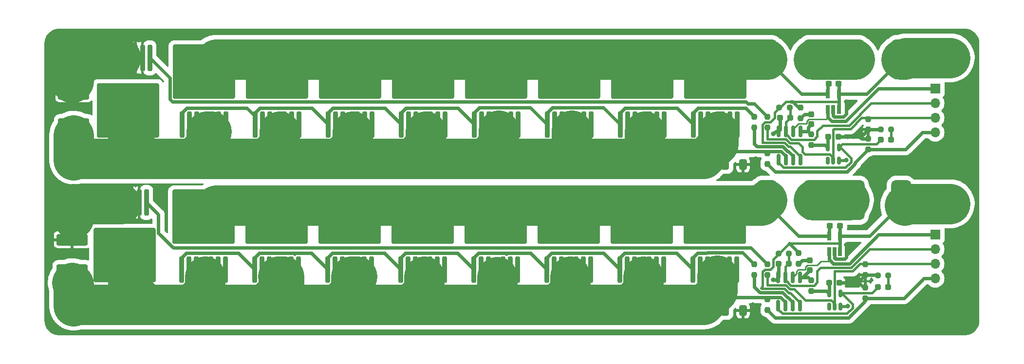
<source format=gbr>
%TF.GenerationSoftware,KiCad,Pcbnew,7.0.5*%
%TF.CreationDate,2025-04-03T03:30:23-04:00*%
%TF.ProjectId,fuck_it_stepper_2,6675636b-5f69-4745-9f73-746570706572,rev?*%
%TF.SameCoordinates,Original*%
%TF.FileFunction,Copper,L1,Top*%
%TF.FilePolarity,Positive*%
%FSLAX46Y46*%
G04 Gerber Fmt 4.6, Leading zero omitted, Abs format (unit mm)*
G04 Created by KiCad (PCBNEW 7.0.5) date 2025-04-03 03:30:23*
%MOMM*%
%LPD*%
G01*
G04 APERTURE LIST*
G04 Aperture macros list*
%AMRoundRect*
0 Rectangle with rounded corners*
0 $1 Rounding radius*
0 $2 $3 $4 $5 $6 $7 $8 $9 X,Y pos of 4 corners*
0 Add a 4 corners polygon primitive as box body*
4,1,4,$2,$3,$4,$5,$6,$7,$8,$9,$2,$3,0*
0 Add four circle primitives for the rounded corners*
1,1,$1+$1,$2,$3*
1,1,$1+$1,$4,$5*
1,1,$1+$1,$6,$7*
1,1,$1+$1,$8,$9*
0 Add four rect primitives between the rounded corners*
20,1,$1+$1,$2,$3,$4,$5,0*
20,1,$1+$1,$4,$5,$6,$7,0*
20,1,$1+$1,$6,$7,$8,$9,0*
20,1,$1+$1,$8,$9,$2,$3,0*%
G04 Aperture macros list end*
%TA.AperFunction,SMDPad,CuDef*%
%ADD10RoundRect,0.237500X0.250000X0.237500X-0.250000X0.237500X-0.250000X-0.237500X0.250000X-0.237500X0*%
%TD*%
%TA.AperFunction,SMDPad,CuDef*%
%ADD11RoundRect,0.249999X2.450001X-0.737501X2.450001X0.737501X-2.450001X0.737501X-2.450001X-0.737501X0*%
%TD*%
%TA.AperFunction,SMDPad,CuDef*%
%ADD12RoundRect,0.250000X-0.412500X-0.650000X0.412500X-0.650000X0.412500X0.650000X-0.412500X0.650000X0*%
%TD*%
%TA.AperFunction,SMDPad,CuDef*%
%ADD13RoundRect,0.237500X0.300000X0.237500X-0.300000X0.237500X-0.300000X-0.237500X0.300000X-0.237500X0*%
%TD*%
%TA.AperFunction,SMDPad,CuDef*%
%ADD14RoundRect,0.237500X0.237500X-0.250000X0.237500X0.250000X-0.237500X0.250000X-0.237500X-0.250000X0*%
%TD*%
%TA.AperFunction,SMDPad,CuDef*%
%ADD15RoundRect,0.237500X-0.237500X0.250000X-0.237500X-0.250000X0.237500X-0.250000X0.237500X0.250000X0*%
%TD*%
%TA.AperFunction,SMDPad,CuDef*%
%ADD16RoundRect,0.237500X-0.250000X-0.237500X0.250000X-0.237500X0.250000X0.237500X-0.250000X0.237500X0*%
%TD*%
%TA.AperFunction,SMDPad,CuDef*%
%ADD17RoundRect,0.237500X0.287500X0.237500X-0.287500X0.237500X-0.287500X-0.237500X0.287500X-0.237500X0*%
%TD*%
%TA.AperFunction,SMDPad,CuDef*%
%ADD18RoundRect,0.237500X0.237500X-0.287500X0.237500X0.287500X-0.237500X0.287500X-0.237500X-0.287500X0*%
%TD*%
%TA.AperFunction,SMDPad,CuDef*%
%ADD19RoundRect,0.237500X-0.287500X-0.237500X0.287500X-0.237500X0.287500X0.237500X-0.287500X0.237500X0*%
%TD*%
%TA.AperFunction,ComponentPad*%
%ADD20R,1.700000X1.700000*%
%TD*%
%TA.AperFunction,ComponentPad*%
%ADD21O,1.700000X1.700000*%
%TD*%
%TA.AperFunction,SMDPad,CuDef*%
%ADD22RoundRect,0.200000X0.200000X-2.100000X0.200000X2.100000X-0.200000X2.100000X-0.200000X-2.100000X0*%
%TD*%
%TA.AperFunction,SMDPad,CuDef*%
%ADD23RoundRect,0.250000X2.375000X-2.025000X2.375000X2.025000X-2.375000X2.025000X-2.375000X-2.025000X0*%
%TD*%
%TA.AperFunction,SMDPad,CuDef*%
%ADD24RoundRect,0.250002X5.149998X-4.449998X5.149998X4.449998X-5.149998X4.449998X-5.149998X-4.449998X0*%
%TD*%
%TA.AperFunction,SMDPad,CuDef*%
%ADD25RoundRect,0.150000X-0.150000X0.825000X-0.150000X-0.825000X0.150000X-0.825000X0.150000X0.825000X0*%
%TD*%
%TA.AperFunction,SMDPad,CuDef*%
%ADD26R,0.650000X1.560000*%
%TD*%
%TA.AperFunction,SMDPad,CuDef*%
%ADD27RoundRect,0.150000X0.150000X-0.512500X0.150000X0.512500X-0.150000X0.512500X-0.150000X-0.512500X0*%
%TD*%
%TA.AperFunction,SMDPad,CuDef*%
%ADD28RoundRect,0.200000X-0.200000X2.100000X-0.200000X-2.100000X0.200000X-2.100000X0.200000X2.100000X0*%
%TD*%
%TA.AperFunction,SMDPad,CuDef*%
%ADD29RoundRect,0.250002X-5.149998X4.449998X-5.149998X-4.449998X5.149998X-4.449998X5.149998X4.449998X0*%
%TD*%
%TA.AperFunction,SMDPad,CuDef*%
%ADD30RoundRect,0.250000X-2.375000X2.025000X-2.375000X-2.025000X2.375000X-2.025000X2.375000X2.025000X0*%
%TD*%
%TA.AperFunction,SMDPad,CuDef*%
%ADD31RoundRect,0.875000X-0.875000X-2.625000X0.875000X-2.625000X0.875000X2.625000X-0.875000X2.625000X0*%
%TD*%
%TA.AperFunction,ViaPad*%
%ADD32C,0.800000*%
%TD*%
%TA.AperFunction,ViaPad*%
%ADD33C,6.000000*%
%TD*%
%TA.AperFunction,Conductor*%
%ADD34C,7.000000*%
%TD*%
%TA.AperFunction,Conductor*%
%ADD35C,0.600000*%
%TD*%
%TA.AperFunction,Conductor*%
%ADD36C,0.400000*%
%TD*%
%TA.AperFunction,Conductor*%
%ADD37C,0.250000*%
%TD*%
G04 APERTURE END LIST*
D10*
%TO.P,R11,1*%
%TO.N,/H-bridge/inject_OC_thresh_0*%
X165147000Y-34036000D03*
%TO.P,R11,2*%
%TO.N,+12V*%
X163322000Y-34036000D03*
%TD*%
D11*
%TO.P,C12,1*%
%TO.N,/H-bridge/5v_1*%
X40386000Y-62327500D03*
%TO.P,C12,2*%
%TO.N,GND*%
X40386000Y-57052500D03*
%TD*%
%TO.P,C5,2*%
%TO.N,GND*%
X40640000Y-31652500D03*
%TO.P,C5,1*%
%TO.N,/H-bridge/5v_0*%
X40640000Y-36927500D03*
%TD*%
D12*
%TO.P,C4,1*%
%TO.N,/H-bridge/5v_1*%
X153885500Y-69342000D03*
%TO.P,C4,2*%
%TO.N,GND*%
X157010500Y-69342000D03*
%TD*%
%TO.P,C3,1*%
%TO.N,/H-bridge/5v_0*%
X153885500Y-43942000D03*
%TO.P,C3,2*%
%TO.N,GND*%
X157010500Y-43942000D03*
%TD*%
D13*
%TO.P,C2,1*%
%TO.N,+12V*%
X173836500Y-54610000D03*
%TO.P,C2,2*%
%TO.N,Net-(U15-IN-)*%
X172111500Y-54610000D03*
%TD*%
%TO.P,C1,1*%
%TO.N,+12V*%
X173642744Y-29918224D03*
%TO.P,C1,2*%
%TO.N,Net-(U7-IN-)*%
X171917744Y-29918224D03*
%TD*%
D14*
%TO.P,R3,1*%
%TO.N,/H-bridge/enable_n_1_cmos*%
X161290000Y-63142500D03*
%TO.P,R3,2*%
%TO.N,Net-(R3-Pad2)*%
X161290000Y-61317500D03*
%TD*%
%TO.P,R1,2*%
%TO.N,Net-(R1-Pad2)*%
X161290000Y-35663500D03*
%TO.P,R1,1*%
%TO.N,/H-bridge/enable_n_0_cmos*%
X161290000Y-37488500D03*
%TD*%
D15*
%TO.P,R22,1*%
%TO.N,GND*%
X178308000Y-65381500D03*
%TO.P,R22,2*%
%TO.N,/H-bridge/v_sns_1*%
X178308000Y-67206500D03*
%TD*%
D14*
%TO.P,R21,1*%
%TO.N,/H-bridge/v_sns_1*%
X161290000Y-69238500D03*
%TO.P,R21,2*%
%TO.N,/H-bridge/5v_1*%
X161290000Y-67413500D03*
%TD*%
D15*
%TO.P,R20,1*%
%TO.N,GND*%
X178816000Y-39473500D03*
%TO.P,R20,2*%
%TO.N,/H-bridge/v_sns_0*%
X178816000Y-41298500D03*
%TD*%
D14*
%TO.P,R19,1*%
%TO.N,/H-bridge/v_sns_0*%
X161290000Y-43838500D03*
%TO.P,R19,2*%
%TO.N,/H-bridge/5v_0*%
X161290000Y-42013500D03*
%TD*%
D16*
%TO.P,R18,2*%
%TO.N,Net-(D8-K)*%
X182776500Y-37846000D03*
%TO.P,R18,1*%
%TO.N,GND*%
X180951500Y-37846000D03*
%TD*%
%TO.P,R17,1*%
%TO.N,GND*%
X180443500Y-63246000D03*
%TO.P,R17,2*%
%TO.N,Net-(D7-K)*%
X182268500Y-63246000D03*
%TD*%
D15*
%TO.P,R16,1*%
%TO.N,+12V*%
X166697302Y-59396183D03*
%TO.P,R16,2*%
%TO.N,Net-(D6-A)*%
X166697302Y-61221183D03*
%TD*%
%TO.P,R15,1*%
%TO.N,+12V*%
X167013345Y-34072142D03*
%TO.P,R15,2*%
%TO.N,Net-(D5-A)*%
X167013345Y-35897142D03*
%TD*%
D10*
%TO.P,R14,1*%
%TO.N,/H-bridge/inject_OC_thresh_1*%
X164996500Y-59436000D03*
%TO.P,R14,2*%
%TO.N,+12V*%
X163171500Y-59436000D03*
%TD*%
D14*
%TO.P,R10,1*%
%TO.N,Net-(D2-K)*%
X168910000Y-65936500D03*
%TO.P,R10,2*%
%TO.N,/H-bridge/sw_1_oc_n*%
X168910000Y-64111500D03*
%TD*%
%TO.P,R9,1*%
%TO.N,Net-(D1-K)*%
X168910000Y-40536500D03*
%TO.P,R9,2*%
%TO.N,/H-bridge/sw_0_oc_n*%
X168910000Y-38711500D03*
%TD*%
%TO.P,R6,1*%
%TO.N,GND*%
X178308000Y-63142500D03*
%TO.P,R6,2*%
%TO.N,/H-bridge/enable_n_1_cmos*%
X178308000Y-61317500D03*
%TD*%
%TO.P,R5,1*%
%TO.N,GND*%
X178816000Y-37893000D03*
%TO.P,R5,2*%
%TO.N,/H-bridge/enable_n_0_cmos*%
X178816000Y-36068000D03*
%TD*%
D17*
%TO.P,D8,1,K*%
%TO.N,Net-(D8-K)*%
X182739000Y-39624000D03*
%TO.P,D8,2,A*%
%TO.N,/H-bridge/enable_0*%
X180989000Y-39624000D03*
%TD*%
%TO.P,D7,1,K*%
%TO.N,Net-(D7-K)*%
X182231000Y-65278000D03*
%TO.P,D7,2,A*%
%TO.N,/H-bridge/enable_1*%
X180481000Y-65278000D03*
%TD*%
D18*
%TO.P,D6,1,K*%
%TO.N,/H-bridge/sw_1_oc_n*%
X168656000Y-62343000D03*
%TO.P,D6,2,A*%
%TO.N,Net-(D6-A)*%
X168656000Y-60593000D03*
%TD*%
%TO.P,D5,1,K*%
%TO.N,/H-bridge/sw_0_oc_n*%
X168910000Y-36943000D03*
%TO.P,D5,2,A*%
%TO.N,Net-(D5-A)*%
X168910000Y-35193000D03*
%TD*%
D17*
%TO.P,D4,1,K*%
%TO.N,/H-bridge/inject_OC_thresh_1*%
X164959000Y-61214000D03*
%TO.P,D4,2,A*%
%TO.N,GND*%
X163209000Y-61214000D03*
%TD*%
%TO.P,D3,1,K*%
%TO.N,/H-bridge/inject_OC_thresh_0*%
X165213000Y-35814000D03*
%TO.P,D3,2,A*%
%TO.N,GND*%
X163463000Y-35814000D03*
%TD*%
D19*
%TO.P,D2,1,K*%
%TO.N,Net-(D2-K)*%
X172036900Y-64500275D03*
%TO.P,D2,2,A*%
%TO.N,GND*%
X173786900Y-64500275D03*
%TD*%
%TO.P,D1,1,K*%
%TO.N,Net-(D1-K)*%
X171830970Y-39117065D03*
%TO.P,D1,2,A*%
%TO.N,GND*%
X173580970Y-39117065D03*
%TD*%
D20*
%TO.P,J2,1,Pin_1*%
%TO.N,/H-bridge/input_i_sns_1*%
X190443000Y-56144000D03*
D21*
%TO.P,J2,2,Pin_2*%
%TO.N,/H-bridge/inject_OC_thresh_1*%
X190443000Y-58684000D03*
%TO.P,J2,3,Pin_3*%
%TO.N,/H-bridge/enable_n_1_cmos*%
X190443000Y-61224000D03*
%TO.P,J2,4,Pin_4*%
%TO.N,/H-bridge/v_sns_1*%
X190443000Y-63764000D03*
%TD*%
D20*
%TO.P,J1,1,Pin_1*%
%TO.N,/H-bridge/input_i_sns_0*%
X190443000Y-30744000D03*
D21*
%TO.P,J1,2,Pin_2*%
%TO.N,/H-bridge/inject_OC_thresh_0*%
X190443000Y-33284000D03*
%TO.P,J1,3,Pin_3*%
%TO.N,/H-bridge/enable_n_0_cmos*%
X190443000Y-35824000D03*
%TO.P,J1,4,Pin_4*%
%TO.N,/H-bridge/v_sns_0*%
X190443000Y-38364000D03*
%TD*%
D22*
%TO.P,U10,1*%
%TO.N,/H-bridge/gate_1*%
X122898666Y-62206028D03*
%TO.P,U10,2*%
%TO.N,/H-bridge/5v_1*%
X124168666Y-62206028D03*
%TO.P,U10,3*%
X125438666Y-62206028D03*
D23*
%TO.P,U10,4*%
%TO.N,Net-(U15-IN-)*%
X123933666Y-55481028D03*
X129483666Y-55481028D03*
D24*
X126708666Y-53056028D03*
D23*
X123933666Y-50631028D03*
X129483666Y-50631028D03*
D22*
%TO.P,U10,5*%
%TO.N,/H-bridge/5v_1*%
X127978666Y-62206028D03*
%TO.P,U10,6*%
X129248666Y-62206028D03*
%TO.P,U10,7*%
X130518666Y-62206028D03*
%TD*%
%TO.P,U11,1*%
%TO.N,/H-bridge/gate_1*%
X135598666Y-62206028D03*
%TO.P,U11,2*%
%TO.N,/H-bridge/5v_1*%
X136868666Y-62206028D03*
%TO.P,U11,3*%
X138138666Y-62206028D03*
D23*
%TO.P,U11,4*%
%TO.N,Net-(U15-IN-)*%
X136633666Y-55481028D03*
X142183666Y-55481028D03*
D24*
X139408666Y-53056028D03*
D23*
X136633666Y-50631028D03*
X142183666Y-50631028D03*
D22*
%TO.P,U11,5*%
%TO.N,/H-bridge/5v_1*%
X140678666Y-62206028D03*
%TO.P,U11,6*%
X141948666Y-62206028D03*
%TO.P,U11,7*%
X143218666Y-62206028D03*
%TD*%
%TO.P,U8,1*%
%TO.N,/H-bridge/gate_1*%
X110198666Y-62206028D03*
%TO.P,U8,2*%
%TO.N,/H-bridge/5v_1*%
X111468666Y-62206028D03*
%TO.P,U8,3*%
X112738666Y-62206028D03*
D23*
%TO.P,U8,4*%
%TO.N,Net-(U15-IN-)*%
X111233666Y-55481028D03*
X116783666Y-55481028D03*
D24*
X114008666Y-53056028D03*
D23*
X111233666Y-50631028D03*
X116783666Y-50631028D03*
D22*
%TO.P,U8,5*%
%TO.N,/H-bridge/5v_1*%
X115278666Y-62206028D03*
%TO.P,U8,6*%
X116548666Y-62206028D03*
%TO.P,U8,7*%
X117818666Y-62206028D03*
%TD*%
%TO.P,U12,1*%
%TO.N,/H-bridge/gate_1*%
X148298666Y-62206028D03*
%TO.P,U12,2*%
%TO.N,/H-bridge/5v_1*%
X149568666Y-62206028D03*
%TO.P,U12,3*%
X150838666Y-62206028D03*
D23*
%TO.P,U12,4*%
%TO.N,Net-(U15-IN-)*%
X149333666Y-55481028D03*
X154883666Y-55481028D03*
D24*
X152108666Y-53056028D03*
D23*
X149333666Y-50631028D03*
X154883666Y-50631028D03*
D22*
%TO.P,U12,5*%
%TO.N,/H-bridge/5v_1*%
X153378666Y-62206028D03*
%TO.P,U12,6*%
X154648666Y-62206028D03*
%TO.P,U12,7*%
X155918666Y-62206028D03*
%TD*%
%TO.P,U6,1*%
%TO.N,/H-bridge/gate_0*%
X148355000Y-36975000D03*
%TO.P,U6,2*%
%TO.N,/H-bridge/5v_0*%
X149625000Y-36975000D03*
%TO.P,U6,3*%
X150895000Y-36975000D03*
D23*
%TO.P,U6,4*%
%TO.N,Net-(U7-IN-)*%
X149390000Y-30250000D03*
X154940000Y-30250000D03*
D24*
X152165000Y-27825000D03*
D23*
X149390000Y-25400000D03*
X154940000Y-25400000D03*
D22*
%TO.P,U6,5*%
%TO.N,/H-bridge/5v_0*%
X153435000Y-36975000D03*
%TO.P,U6,6*%
X154705000Y-36975000D03*
%TO.P,U6,7*%
X155975000Y-36975000D03*
%TD*%
%TO.P,U2,1*%
%TO.N,/H-bridge/gate_0*%
X110255000Y-36975000D03*
%TO.P,U2,2*%
%TO.N,/H-bridge/5v_0*%
X111525000Y-36975000D03*
%TO.P,U2,3*%
X112795000Y-36975000D03*
D23*
%TO.P,U2,4*%
%TO.N,Net-(U7-IN-)*%
X111290000Y-30250000D03*
X116840000Y-30250000D03*
D24*
X114065000Y-27825000D03*
D23*
X111290000Y-25400000D03*
X116840000Y-25400000D03*
D22*
%TO.P,U2,5*%
%TO.N,/H-bridge/5v_0*%
X115335000Y-36975000D03*
%TO.P,U2,6*%
X116605000Y-36975000D03*
%TO.P,U2,7*%
X117875000Y-36975000D03*
%TD*%
%TO.P,U4,1*%
%TO.N,/H-bridge/gate_0*%
X122955000Y-36975000D03*
%TO.P,U4,2*%
%TO.N,/H-bridge/5v_0*%
X124225000Y-36975000D03*
%TO.P,U4,3*%
X125495000Y-36975000D03*
D23*
%TO.P,U4,4*%
%TO.N,Net-(U7-IN-)*%
X123990000Y-30250000D03*
X129540000Y-30250000D03*
D24*
X126765000Y-27825000D03*
D23*
X123990000Y-25400000D03*
X129540000Y-25400000D03*
D22*
%TO.P,U4,5*%
%TO.N,/H-bridge/5v_0*%
X128035000Y-36975000D03*
%TO.P,U4,6*%
X129305000Y-36975000D03*
%TO.P,U4,7*%
X130575000Y-36975000D03*
%TD*%
%TO.P,U5,1*%
%TO.N,/H-bridge/gate_0*%
X135655000Y-36975000D03*
%TO.P,U5,2*%
%TO.N,/H-bridge/5v_0*%
X136925000Y-36975000D03*
%TO.P,U5,3*%
X138195000Y-36975000D03*
D23*
%TO.P,U5,4*%
%TO.N,Net-(U7-IN-)*%
X136690000Y-30250000D03*
X142240000Y-30250000D03*
D24*
X139465000Y-27825000D03*
D23*
X136690000Y-25400000D03*
X142240000Y-25400000D03*
D22*
%TO.P,U5,5*%
%TO.N,/H-bridge/5v_0*%
X140735000Y-36975000D03*
%TO.P,U5,6*%
X142005000Y-36975000D03*
%TO.P,U5,7*%
X143275000Y-36975000D03*
%TD*%
D25*
%TO.P,U16,1*%
%TO.N,/H-bridge/sw_0_oc_n*%
X167005000Y-38165000D03*
%TO.P,U16,2,-*%
%TO.N,/H-bridge/input_i_sns_0*%
X165735000Y-38165000D03*
%TO.P,U16,3,+*%
%TO.N,/H-bridge/inject_OC_thresh_0*%
X164465000Y-38165000D03*
%TO.P,U16,4,V-*%
%TO.N,GND*%
X163195000Y-38165000D03*
%TO.P,U16,5,+*%
%TO.N,/H-bridge/enable_0*%
X163195000Y-43115000D03*
%TO.P,U16,6,-*%
%TO.N,/H-bridge/5v_0*%
X164465000Y-43115000D03*
%TO.P,U16,7*%
%TO.N,Net-(R2-Pad1)*%
X165735000Y-43115000D03*
%TO.P,U16,8,V+*%
%TO.N,+12V*%
X167005000Y-43115000D03*
%TD*%
D26*
%TO.P,U15,1,OUT*%
%TO.N,/H-bridge/input_i_sns_1*%
X171995158Y-59105538D03*
%TO.P,U15,2,GND*%
%TO.N,GND*%
X172945158Y-59105538D03*
%TO.P,U15,3,Vs*%
%TO.N,+12V*%
X173895158Y-59105538D03*
%TO.P,U15,4,IN+*%
X173895158Y-56405538D03*
%TO.P,U15,5,IN-*%
%TO.N,Net-(U15-IN-)*%
X171995158Y-56405538D03*
%TD*%
D27*
%TO.P,U14,1,NC*%
%TO.N,unconnected-(U14-NC-Pad1)*%
X172024000Y-68701500D03*
%TO.P,U14,2*%
%TO.N,/H-bridge/enable_n_1_cmos*%
X172974000Y-68701500D03*
%TO.P,U14,3,GND*%
%TO.N,GND*%
X173924000Y-68701500D03*
%TO.P,U14,4*%
%TO.N,/H-bridge/enable_1*%
X173924000Y-66426500D03*
%TO.P,U14,5,VCC*%
%TO.N,Net-(D2-K)*%
X172024000Y-66426500D03*
%TD*%
%TO.P,U13,1,NC*%
%TO.N,unconnected-(U13-NC-Pad1)*%
X171770000Y-43301500D03*
%TO.P,U13,2*%
%TO.N,/H-bridge/enable_n_0_cmos*%
X172720000Y-43301500D03*
%TO.P,U13,3,GND*%
%TO.N,GND*%
X173670000Y-43301500D03*
%TO.P,U13,4*%
%TO.N,/H-bridge/enable_0*%
X173670000Y-41026500D03*
%TO.P,U13,5,VCC*%
%TO.N,Net-(D1-K)*%
X171770000Y-41026500D03*
%TD*%
D22*
%TO.P,U12,1*%
%TO.N,/H-bridge/gate_1*%
X97498666Y-62206028D03*
%TO.P,U12,2*%
%TO.N,/H-bridge/5v_1*%
X98768666Y-62206028D03*
%TO.P,U12,3*%
X100038666Y-62206028D03*
%TO.P,U12,5*%
X102578666Y-62206028D03*
%TO.P,U12,6*%
X103848666Y-62206028D03*
%TO.P,U12,7*%
X105118666Y-62206028D03*
D24*
%TO.P,U12,4*%
%TO.N,Net-(U15-IN-)*%
X101308666Y-53056028D03*
D23*
X104083666Y-50631028D03*
X98533666Y-55481028D03*
X98533666Y-50631028D03*
X104083666Y-55481028D03*
%TD*%
D22*
%TO.P,U11,1*%
%TO.N,/H-bridge/gate_1*%
X84798666Y-62206028D03*
%TO.P,U11,2*%
%TO.N,/H-bridge/5v_1*%
X86068666Y-62206028D03*
%TO.P,U11,3*%
X87338666Y-62206028D03*
%TO.P,U11,5*%
X89878666Y-62206028D03*
%TO.P,U11,6*%
X91148666Y-62206028D03*
%TO.P,U11,7*%
X92418666Y-62206028D03*
D24*
%TO.P,U11,4*%
%TO.N,Net-(U15-IN-)*%
X88608666Y-53056028D03*
D23*
X91383666Y-50631028D03*
X85833666Y-55481028D03*
X85833666Y-50631028D03*
X91383666Y-55481028D03*
%TD*%
D22*
%TO.P,U10,1*%
%TO.N,/H-bridge/gate_1*%
X72098666Y-62206028D03*
%TO.P,U10,2*%
%TO.N,/H-bridge/5v_1*%
X73368666Y-62206028D03*
%TO.P,U10,3*%
X74638666Y-62206028D03*
%TO.P,U10,5*%
X77178666Y-62206028D03*
%TO.P,U10,6*%
X78448666Y-62206028D03*
%TO.P,U10,7*%
X79718666Y-62206028D03*
D24*
%TO.P,U10,4*%
%TO.N,Net-(U15-IN-)*%
X75908666Y-53056028D03*
D23*
X78683666Y-50631028D03*
X73133666Y-55481028D03*
X73133666Y-50631028D03*
X78683666Y-55481028D03*
%TD*%
D28*
%TO.P,U9,1*%
%TO.N,Net-(R3-Pad2)*%
X53283666Y-50569146D03*
%TO.P,U9,2*%
%TO.N,GND*%
X52013666Y-50569146D03*
%TO.P,U9,3*%
X50743666Y-50569146D03*
%TO.P,U9,5*%
X48203666Y-50569146D03*
%TO.P,U9,6*%
X46933666Y-50569146D03*
%TO.P,U9,7*%
X45663666Y-50569146D03*
D29*
%TO.P,U9,4*%
%TO.N,/H-bridge/5v_1*%
X49473666Y-59719146D03*
D30*
X46698666Y-62144146D03*
X52248666Y-57294146D03*
X52248666Y-62144146D03*
X46698666Y-57294146D03*
%TD*%
D22*
%TO.P,U8,1*%
%TO.N,/H-bridge/gate_1*%
X59398666Y-62206028D03*
%TO.P,U8,2*%
%TO.N,/H-bridge/5v_1*%
X60668666Y-62206028D03*
%TO.P,U8,3*%
X61938666Y-62206028D03*
%TO.P,U8,5*%
X64478666Y-62206028D03*
%TO.P,U8,6*%
X65748666Y-62206028D03*
%TO.P,U8,7*%
X67018666Y-62206028D03*
D24*
%TO.P,U8,4*%
%TO.N,Net-(U15-IN-)*%
X63208666Y-53056028D03*
D23*
X65983666Y-50631028D03*
X60433666Y-55481028D03*
X60433666Y-50631028D03*
X65983666Y-55481028D03*
%TD*%
D26*
%TO.P,U7,1,OUT*%
%TO.N,/H-bridge/input_i_sns_0*%
X171770000Y-34370000D03*
%TO.P,U7,2,GND*%
%TO.N,GND*%
X172720000Y-34370000D03*
%TO.P,U7,3,Vs*%
%TO.N,+12V*%
X173670000Y-34370000D03*
%TO.P,U7,4,IN+*%
X173670000Y-31670000D03*
%TO.P,U7,5,IN-*%
%TO.N,Net-(U7-IN-)*%
X171770000Y-31670000D03*
%TD*%
D22*
%TO.P,U6,1*%
%TO.N,/H-bridge/gate_0*%
X97555000Y-36975000D03*
%TO.P,U6,2*%
%TO.N,/H-bridge/5v_0*%
X98825000Y-36975000D03*
%TO.P,U6,3*%
X100095000Y-36975000D03*
%TO.P,U6,5*%
X102635000Y-36975000D03*
%TO.P,U6,6*%
X103905000Y-36975000D03*
%TO.P,U6,7*%
X105175000Y-36975000D03*
D24*
%TO.P,U6,4*%
%TO.N,Net-(U7-IN-)*%
X101365000Y-27825000D03*
D23*
X104140000Y-25400000D03*
X98590000Y-30250000D03*
X98590000Y-25400000D03*
X104140000Y-30250000D03*
%TD*%
D22*
%TO.P,U5,1*%
%TO.N,/H-bridge/gate_0*%
X84855000Y-36975000D03*
%TO.P,U5,2*%
%TO.N,/H-bridge/5v_0*%
X86125000Y-36975000D03*
%TO.P,U5,3*%
X87395000Y-36975000D03*
%TO.P,U5,5*%
X89935000Y-36975000D03*
%TO.P,U5,6*%
X91205000Y-36975000D03*
%TO.P,U5,7*%
X92475000Y-36975000D03*
D24*
%TO.P,U5,4*%
%TO.N,Net-(U7-IN-)*%
X88665000Y-27825000D03*
D23*
X91440000Y-25400000D03*
X85890000Y-30250000D03*
X85890000Y-25400000D03*
X91440000Y-30250000D03*
%TD*%
D22*
%TO.P,U4,1*%
%TO.N,/H-bridge/gate_0*%
X72155000Y-36975000D03*
%TO.P,U4,2*%
%TO.N,/H-bridge/5v_0*%
X73425000Y-36975000D03*
%TO.P,U4,3*%
X74695000Y-36975000D03*
%TO.P,U4,5*%
X77235000Y-36975000D03*
%TO.P,U4,6*%
X78505000Y-36975000D03*
%TO.P,U4,7*%
X79775000Y-36975000D03*
D24*
%TO.P,U4,4*%
%TO.N,Net-(U7-IN-)*%
X75965000Y-27825000D03*
D23*
X78740000Y-25400000D03*
X73190000Y-30250000D03*
X73190000Y-25400000D03*
X78740000Y-30250000D03*
%TD*%
D28*
%TO.P,U3,1*%
%TO.N,Net-(R1-Pad2)*%
X53866275Y-25400000D03*
%TO.P,U3,2*%
%TO.N,GND*%
X52596275Y-25400000D03*
%TO.P,U3,3*%
X51326275Y-25400000D03*
%TO.P,U3,5*%
X48786275Y-25400000D03*
%TO.P,U3,6*%
X47516275Y-25400000D03*
%TO.P,U3,7*%
X46246275Y-25400000D03*
D29*
%TO.P,U3,4*%
%TO.N,/H-bridge/5v_0*%
X50056275Y-34550000D03*
D30*
X47281275Y-36975000D03*
X52831275Y-32125000D03*
X52831275Y-36975000D03*
X47281275Y-32125000D03*
%TD*%
D22*
%TO.P,U2,1*%
%TO.N,/H-bridge/gate_0*%
X59455000Y-36975000D03*
%TO.P,U2,2*%
%TO.N,/H-bridge/5v_0*%
X60725000Y-36975000D03*
%TO.P,U2,3*%
X61995000Y-36975000D03*
%TO.P,U2,5*%
X64535000Y-36975000D03*
%TO.P,U2,6*%
X65805000Y-36975000D03*
%TO.P,U2,7*%
X67075000Y-36975000D03*
D24*
%TO.P,U2,4*%
%TO.N,Net-(U7-IN-)*%
X63265000Y-27825000D03*
D23*
X66040000Y-25400000D03*
X60490000Y-30250000D03*
X60490000Y-25400000D03*
X66040000Y-30250000D03*
%TD*%
D25*
%TO.P,U1,1*%
%TO.N,/H-bridge/sw_1_oc_n*%
X166948666Y-63565000D03*
%TO.P,U1,2,-*%
%TO.N,/H-bridge/input_i_sns_1*%
X165678666Y-63565000D03*
%TO.P,U1,3,+*%
%TO.N,/H-bridge/inject_OC_thresh_1*%
X164408666Y-63565000D03*
%TO.P,U1,4,V-*%
%TO.N,GND*%
X163138666Y-63565000D03*
%TO.P,U1,5,+*%
%TO.N,/H-bridge/enable_1*%
X163138666Y-68515000D03*
%TO.P,U1,6,-*%
%TO.N,/H-bridge/5v_1*%
X164408666Y-68515000D03*
%TO.P,U1,7*%
%TO.N,Net-(R4-Pad1)*%
X165678666Y-68515000D03*
%TO.P,U1,8,V+*%
%TO.N,+12V*%
X166948666Y-68515000D03*
%TD*%
D31*
%TO.P,R13,1*%
%TO.N,Net-(R13-Pad1)*%
X176411711Y-50176776D03*
%TO.P,R13,2*%
%TO.N,+12V*%
X184514602Y-50176776D03*
%TD*%
%TO.P,R12,1*%
%TO.N,Net-(R12-Pad1)*%
X176411710Y-25677550D03*
%TO.P,R12,2*%
%TO.N,+12V*%
X184514601Y-25677550D03*
%TD*%
%TO.P,R8,1*%
%TO.N,Net-(U15-IN-)*%
X161171711Y-50176776D03*
%TO.P,R8,2*%
%TO.N,Net-(R13-Pad1)*%
X169274602Y-50176776D03*
%TD*%
%TO.P,R7,1*%
%TO.N,Net-(U7-IN-)*%
X161171710Y-25677550D03*
%TO.P,R7,2*%
%TO.N,Net-(R12-Pad1)*%
X169274601Y-25677550D03*
%TD*%
D14*
%TO.P,R4,1*%
%TO.N,Net-(R4-Pad1)*%
X159004000Y-63142500D03*
%TO.P,R4,2*%
%TO.N,/H-bridge/gate_1*%
X159004000Y-61317500D03*
%TD*%
%TO.P,R2,1*%
%TO.N,Net-(R2-Pad1)*%
X159004000Y-37488500D03*
%TO.P,R2,2*%
%TO.N,/H-bridge/gate_0*%
X159004000Y-35663500D03*
%TD*%
D32*
%TO.N,GND*%
X177038000Y-64516000D03*
X176022000Y-64516000D03*
X175006000Y-64516000D03*
X177292000Y-39116000D03*
X176276000Y-39116000D03*
X175260000Y-39116000D03*
X155956000Y-71374000D03*
X157988000Y-71374000D03*
X156972000Y-71374000D03*
X158750000Y-70358000D03*
X158750000Y-68326000D03*
X158750000Y-69342000D03*
X155956000Y-45974000D03*
X157988000Y-45974000D03*
X156972000Y-45974000D03*
X159258000Y-44958000D03*
X159258000Y-43942000D03*
X159258000Y-42926000D03*
X162306000Y-38608000D03*
X162306000Y-64008000D03*
X175260000Y-68580000D03*
X175006000Y-43180000D03*
X175006000Y-33020000D03*
X175006000Y-57912000D03*
D33*
X193040000Y-43180000D03*
%TO.N,/H-bridge/5v_1*%
X40640000Y-68580000D03*
%TO.N,+12V*%
X193040000Y-50800000D03*
%TO.N,GND*%
X40640000Y-50800000D03*
X40640000Y-25400000D03*
%TO.N,/H-bridge/5v_0*%
X40640000Y-43180000D03*
%TO.N,+12V*%
X193040000Y-25400000D03*
%TO.N,GND*%
X193040001Y-68580000D03*
%TD*%
D34*
%TO.N,GND*%
X48786275Y-50800000D02*
X43180000Y-50800000D01*
%TO.N,/H-bridge/5v_0*%
X40640000Y-43180000D02*
X40640000Y-38862000D01*
X40845000Y-42975000D02*
X40640000Y-43180000D01*
X53340000Y-42975000D02*
X40845000Y-42975000D01*
%TO.N,GND*%
X40640000Y-25400000D02*
X40640000Y-29464000D01*
X40640000Y-29464000D02*
X40386000Y-29718000D01*
%TO.N,/H-bridge/5v_1*%
X139698666Y-65921461D02*
X139698666Y-63406028D01*
X137245127Y-68375000D02*
X139698666Y-65921461D01*
X135382000Y-68375000D02*
X137245127Y-68375000D01*
X135382000Y-68375000D02*
X124714000Y-68375000D01*
X150170433Y-68375000D02*
X135382000Y-68375000D01*
X127000000Y-65920127D02*
X127000000Y-63406028D01*
X124714000Y-68375000D02*
X124714000Y-68206126D01*
X124714000Y-68375000D02*
X109982000Y-68375000D01*
X124714000Y-68206126D02*
X127000000Y-65920127D01*
X114298666Y-66822933D02*
X114298666Y-63551079D01*
X112746599Y-68375000D02*
X114298666Y-66822933D01*
X109982000Y-68375000D02*
X112746599Y-68375000D01*
X109982000Y-68375000D02*
X99568000Y-68375000D01*
X101600000Y-65920127D02*
X101600000Y-63406028D01*
X99568000Y-68375000D02*
X99568000Y-67952126D01*
X99568000Y-68375000D02*
X86106000Y-68375000D01*
X99568000Y-67952126D02*
X101600000Y-65920127D01*
X88898666Y-63406028D02*
X89878666Y-63406028D01*
X86445127Y-68375000D02*
X88898666Y-65921461D01*
X86106000Y-68375000D02*
X73745127Y-68375000D01*
X86106000Y-68375000D02*
X86445127Y-68375000D01*
X88898666Y-65921461D02*
X88898666Y-63406028D01*
X77178666Y-64941461D02*
X77178666Y-63406028D01*
X73745127Y-68375000D02*
X77178666Y-64941461D01*
X73152000Y-68375000D02*
X73745127Y-68375000D01*
X73152000Y-68375000D02*
X53340000Y-68375000D01*
X77178666Y-63406028D02*
X76200000Y-63406028D01*
X63498666Y-65921461D02*
X63498666Y-63406028D01*
X61045127Y-68375000D02*
X63498666Y-65921461D01*
X53340000Y-68375000D02*
X61045127Y-68375000D01*
%TO.N,/H-bridge/5v_0*%
X57404000Y-42975000D02*
X61270433Y-42975000D01*
X61270433Y-42975000D02*
X63754000Y-40491433D01*
X63754000Y-40491433D02*
X63754000Y-38175000D01*
X57404000Y-42975000D02*
X53340000Y-42975000D01*
X72136000Y-42975000D02*
X57404000Y-42975000D01*
X63754000Y-38175000D02*
X64535000Y-38175000D01*
X76454000Y-40491433D02*
X76454000Y-38175000D01*
X73970433Y-42975000D02*
X76454000Y-40491433D01*
X72136000Y-42975000D02*
X73970433Y-42975000D01*
X84328000Y-42975000D02*
X72136000Y-42975000D01*
X86670433Y-42975000D02*
X89154000Y-40491433D01*
X84328000Y-42975000D02*
X86670433Y-42975000D01*
X89154000Y-40491433D02*
X89154000Y-38175000D01*
X99060000Y-42975000D02*
X84328000Y-42975000D01*
X101854000Y-40491433D02*
X101854000Y-38175000D01*
X99370433Y-42975000D02*
X101854000Y-40491433D01*
X99060000Y-42975000D02*
X99370433Y-42975000D01*
X110236000Y-42975000D02*
X99060000Y-42975000D01*
X114554000Y-40491433D02*
X114554000Y-38036000D01*
X112070433Y-42975000D02*
X114554000Y-40491433D01*
X110236000Y-42975000D02*
X112070433Y-42975000D01*
X125730000Y-42975000D02*
X110236000Y-42975000D01*
X127254000Y-41451000D02*
X127254000Y-38036000D01*
X125730000Y-42975000D02*
X127254000Y-41451000D01*
X136652000Y-42975000D02*
X125730000Y-42975000D01*
X139954000Y-40491433D02*
X139954000Y-38175000D01*
X136652000Y-42975000D02*
X137470433Y-42975000D01*
X150170433Y-42975000D02*
X136652000Y-42975000D01*
D35*
%TO.N,GND*%
X177038000Y-64412500D02*
X177038000Y-64412500D01*
X177038000Y-64516000D02*
X177038000Y-64412500D01*
X177141500Y-64516000D02*
X177038000Y-64516000D01*
X176037725Y-64500275D02*
X176950225Y-64500275D01*
X176022000Y-64516000D02*
X176037725Y-64500275D01*
X176006275Y-64500275D02*
X176022000Y-64516000D01*
X175021725Y-64500275D02*
X176006275Y-64500275D01*
X175006000Y-64516000D02*
X175021725Y-64500275D01*
X174990275Y-64500275D02*
X175006000Y-64516000D01*
X177292000Y-39116000D02*
X177292000Y-39117065D01*
X176277065Y-39117065D02*
X177292000Y-39116000D01*
X176276000Y-39116000D02*
X176277065Y-39117065D01*
X176274935Y-39117065D02*
X176276000Y-39116000D01*
X175261065Y-39117065D02*
X176274935Y-39117065D01*
X175260000Y-39116000D02*
X175261065Y-39117065D01*
X175258935Y-39117065D02*
X175260000Y-39116000D01*
X162749000Y-38165000D02*
X162306000Y-38608000D01*
X163195000Y-38165000D02*
X162749000Y-38165000D01*
D36*
%TO.N,/H-bridge/enable_n_0_cmos*%
X161290000Y-39540000D02*
X161290000Y-37488500D01*
X164508655Y-39540000D02*
X161290000Y-39540000D01*
X165167655Y-40199000D02*
X164508655Y-39540000D01*
X167382817Y-41740000D02*
X167382817Y-40890817D01*
X167382817Y-40890817D02*
X166691000Y-40199000D01*
X167806817Y-42164000D02*
X167382817Y-41740000D01*
X172072817Y-42164000D02*
X167806817Y-42164000D01*
X172720000Y-42811183D02*
X172072817Y-42164000D01*
X172720000Y-43301500D02*
X172720000Y-42811183D01*
X166691000Y-40199000D02*
X165167655Y-40199000D01*
%TO.N,+12V*%
X164441500Y-33020000D02*
X165354000Y-33020000D01*
X162538000Y-35804561D02*
X162538000Y-34923500D01*
X161791561Y-36551000D02*
X162538000Y-35804561D01*
X160415000Y-40140000D02*
X160415000Y-36974439D01*
X164917779Y-40822220D02*
X164235559Y-40140000D01*
X160415000Y-36974439D02*
X160838439Y-36551000D01*
X165195037Y-40822220D02*
X164917779Y-40822220D01*
X164235559Y-40140000D02*
X160415000Y-40140000D01*
X160838439Y-36551000D02*
X161791561Y-36551000D01*
X167005000Y-42632183D02*
X165195037Y-40822220D01*
X167005000Y-43115000D02*
X167005000Y-42632183D01*
X162538000Y-34923500D02*
X164441500Y-33020000D01*
D35*
%TO.N,GND*%
X162695666Y-64008000D02*
X162306000Y-64008000D01*
X163138666Y-63565000D02*
X162695666Y-64008000D01*
D36*
%TO.N,/H-bridge/enable_n_1_cmos*%
X161290000Y-64940000D02*
X161290000Y-63142500D01*
X164452322Y-64940000D02*
X161290000Y-64940000D01*
X165111322Y-65599000D02*
X164452322Y-64940000D01*
X172974000Y-68211183D02*
X172326817Y-67564000D01*
X172326817Y-67564000D02*
X167894000Y-67564000D01*
X165929000Y-65599000D02*
X165111322Y-65599000D01*
X172974000Y-68701500D02*
X172974000Y-68211183D01*
X167894000Y-67564000D02*
X165929000Y-65599000D01*
%TO.N,+12V*%
X162284000Y-60474000D02*
X165100000Y-57658000D01*
X162284000Y-61712561D02*
X162284000Y-60474000D01*
X161791561Y-62205000D02*
X162284000Y-61712561D01*
X160807000Y-62205000D02*
X161791561Y-62205000D01*
X160415000Y-62597000D02*
X160807000Y-62205000D01*
X160415000Y-65145000D02*
X160415000Y-62597000D01*
X160255950Y-65540000D02*
X160137975Y-65422025D01*
X164179225Y-65540000D02*
X160255950Y-65540000D01*
X165256483Y-66340000D02*
X164979225Y-66340000D01*
X160137975Y-65422025D02*
X160415000Y-65145000D01*
X166948666Y-68032183D02*
X165256483Y-66340000D01*
X164979225Y-66340000D02*
X164179225Y-65540000D01*
X166948666Y-68515000D02*
X166948666Y-68032183D01*
%TO.N,/H-bridge/enable_1*%
X174056500Y-66294000D02*
X173924000Y-66426500D01*
X179465000Y-66294000D02*
X174056500Y-66294000D01*
X180481000Y-65278000D02*
X179465000Y-66294000D01*
%TO.N,Net-(D7-K)*%
X182268500Y-65240500D02*
X182231000Y-65278000D01*
X182268500Y-63246000D02*
X182268500Y-65240500D01*
D35*
%TO.N,GND*%
X180340000Y-63142500D02*
X180443500Y-63246000D01*
X178308000Y-63142500D02*
X180340000Y-63142500D01*
X180904500Y-37893000D02*
X180951500Y-37846000D01*
X178816000Y-37893000D02*
X180904500Y-37893000D01*
D36*
%TO.N,Net-(D8-K)*%
X182739000Y-37883500D02*
X182776500Y-37846000D01*
X182739000Y-39624000D02*
X182739000Y-37883500D01*
%TO.N,/H-bridge/enable_0*%
X174285500Y-40411000D02*
X173670000Y-41026500D01*
X180202000Y-40411000D02*
X174285500Y-40411000D01*
X180989000Y-39624000D02*
X180202000Y-40411000D01*
D35*
%TO.N,/H-bridge/v_sns_1*%
X188458000Y-63764000D02*
X190443000Y-63764000D01*
X185015500Y-67206500D02*
X188458000Y-63764000D01*
X178308000Y-67206500D02*
X185015500Y-67206500D01*
X175371321Y-70590000D02*
X178308000Y-67653321D01*
X162641500Y-70590000D02*
X175371321Y-70590000D01*
X161290000Y-69238500D02*
X162641500Y-70590000D01*
X178308000Y-67653321D02*
X178308000Y-67206500D01*
%TO.N,+12V*%
X166713625Y-34072142D02*
X165661483Y-33020000D01*
X167013345Y-34072142D02*
X166713625Y-34072142D01*
D36*
X165354000Y-33020000D02*
X173670000Y-33020000D01*
D35*
X165661483Y-33020000D02*
X165354000Y-33020000D01*
%TO.N,Net-(D5-A)*%
X167717487Y-35193000D02*
X167013345Y-35897142D01*
X168910000Y-35193000D02*
X167717487Y-35193000D01*
%TO.N,+12V*%
X166697302Y-59255302D02*
X165100000Y-57658000D01*
X166697302Y-59396183D02*
X166697302Y-59255302D01*
%TO.N,Net-(D6-A)*%
X167325485Y-60593000D02*
X166697302Y-61221183D01*
X168656000Y-60593000D02*
X167325485Y-60593000D01*
D37*
%TO.N,/H-bridge/input_i_sns_1*%
X170562810Y-60831190D02*
X172340810Y-60831190D01*
X167856000Y-62259116D02*
X167856000Y-61822505D01*
X167856000Y-61822505D02*
X168185505Y-61493000D01*
X166607799Y-62259116D02*
X167856000Y-62259116D01*
X166323666Y-62920000D02*
X166323666Y-62543249D01*
X168185505Y-61493000D02*
X169901000Y-61493000D01*
X169901000Y-61493000D02*
X170562810Y-60831190D01*
X165678666Y-63565000D02*
X166323666Y-62920000D01*
X166323666Y-62543249D02*
X166607799Y-62259116D01*
%TO.N,/H-bridge/input_i_sns_0*%
X168489505Y-36043000D02*
X171477000Y-36043000D01*
X168110000Y-36422505D02*
X168489505Y-36043000D01*
X171477000Y-36043000D02*
X171770000Y-35750000D01*
X168110000Y-36859116D02*
X168110000Y-36422505D01*
X165735000Y-37788249D02*
X166664133Y-36859116D01*
X165735000Y-38165000D02*
X165735000Y-37788249D01*
X166664133Y-36859116D02*
X168110000Y-36859116D01*
D35*
%TO.N,/H-bridge/sw_1_oc_n*%
X167434000Y-63565000D02*
X168656000Y-62343000D01*
X167386000Y-63565000D02*
X167434000Y-63565000D01*
X167386000Y-63565000D02*
X168363500Y-63565000D01*
X166948666Y-63565000D02*
X167386000Y-63565000D01*
%TO.N,/H-bridge/input_i_sns_1*%
X172340810Y-60831190D02*
X172695158Y-61185538D01*
X171995158Y-60485538D02*
X172340810Y-60831190D01*
%TO.N,/H-bridge/sw_0_oc_n*%
X168363500Y-37489500D02*
X168910000Y-36943000D01*
X168363500Y-38165000D02*
X168363500Y-37489500D01*
%TO.N,/H-bridge/v_sns_0*%
X188204000Y-38364000D02*
X190443000Y-38364000D01*
X178816000Y-41298500D02*
X185269500Y-41298500D01*
X185269500Y-41298500D02*
X188204000Y-38364000D01*
X176506000Y-43608500D02*
X178816000Y-41298500D01*
X176506000Y-43801321D02*
X176506000Y-43608500D01*
X175117321Y-45190000D02*
X176506000Y-43801321D01*
X161290000Y-43838500D02*
X162641500Y-45190000D01*
X162641500Y-45190000D02*
X175117321Y-45190000D01*
%TO.N,GND*%
X178007000Y-65381500D02*
X177141500Y-64516000D01*
X178308000Y-65381500D02*
X178007000Y-65381500D01*
X177038000Y-64412500D02*
X178308000Y-63142500D01*
X176950225Y-64500275D02*
X177038000Y-64412500D01*
X177648435Y-39473500D02*
X177292000Y-39117065D01*
X177292000Y-39117065D02*
X177591935Y-39117065D01*
X173580970Y-39117065D02*
X175258935Y-39117065D01*
X178816000Y-39473500D02*
X177648435Y-39473500D01*
X177591935Y-39117065D02*
X178816000Y-37893000D01*
X173786900Y-64500275D02*
X174990275Y-64500275D01*
D36*
%TO.N,/H-bridge/inject_OC_thresh_1*%
X164959000Y-59473500D02*
X164996500Y-59436000D01*
X164959000Y-61214000D02*
X164959000Y-59473500D01*
%TO.N,/H-bridge/inject_OC_thresh_0*%
X165213000Y-34102000D02*
X165147000Y-34036000D01*
X165213000Y-35814000D02*
X165213000Y-34102000D01*
%TO.N,+12V*%
X165100000Y-57658000D02*
X173895158Y-57658000D01*
D35*
%TO.N,GND*%
X163463000Y-37897000D02*
X163195000Y-38165000D01*
X163463000Y-35814000D02*
X163463000Y-37897000D01*
X163209000Y-63494666D02*
X163138666Y-63565000D01*
X163209000Y-61214000D02*
X163209000Y-63494666D01*
D36*
%TO.N,/H-bridge/inject_OC_thresh_1*%
X164408666Y-61764334D02*
X164959000Y-61214000D01*
X164408666Y-63565000D02*
X164408666Y-61764334D01*
%TO.N,/H-bridge/inject_OC_thresh_0*%
X164465000Y-36562000D02*
X165213000Y-35814000D01*
X164465000Y-38165000D02*
X164465000Y-36562000D01*
D35*
%TO.N,Net-(D2-K)*%
X172024000Y-66426500D02*
X172024000Y-64513175D01*
X172024000Y-64513175D02*
X172036900Y-64500275D01*
%TO.N,Net-(D1-K)*%
X171770000Y-39178035D02*
X171830970Y-39117065D01*
X171770000Y-41026500D02*
X171770000Y-39178035D01*
D34*
%TO.N,/H-bridge/5v_1*%
X152500259Y-66045174D02*
X150170433Y-68375000D01*
X152500259Y-63239149D02*
X152500259Y-66045174D01*
D35*
X163557905Y-67040000D02*
X164408666Y-67890761D01*
X151505433Y-67040000D02*
X163557905Y-67040000D01*
X150170433Y-68375000D02*
X151505433Y-67040000D01*
X164408666Y-67890761D02*
X164408666Y-68515000D01*
D34*
%TO.N,GND*%
X40623666Y-50816334D02*
X40623666Y-53383001D01*
X40640000Y-50800000D02*
X40623666Y-50816334D01*
%TO.N,/H-bridge/5v_1*%
X40640000Y-64770000D02*
X40386000Y-64516000D01*
X40640000Y-68580000D02*
X40640000Y-64770000D01*
D35*
%TO.N,Net-(U15-IN-)*%
X171995158Y-54726342D02*
X172111500Y-54610000D01*
X171995158Y-56405538D02*
X171995158Y-54726342D01*
%TO.N,+12V*%
X173895158Y-54668658D02*
X173836500Y-54610000D01*
X173895158Y-56405538D02*
X173895158Y-54668658D01*
D34*
%TO.N,Net-(U15-IN-)*%
X65412450Y-51077550D02*
X63265000Y-53225000D01*
X161171711Y-50176776D02*
X160270937Y-51077550D01*
X160270937Y-51077550D02*
X65412450Y-51077550D01*
%TO.N,+12V*%
X185420000Y-50800000D02*
X193040000Y-50800000D01*
X185142450Y-51077550D02*
X185420000Y-50800000D01*
%TO.N,Net-(R13-Pad1)*%
X175510936Y-50176776D02*
X169274602Y-50176776D01*
D35*
%TO.N,Net-(U7-IN-)*%
X171770000Y-30065968D02*
X171917744Y-29918224D01*
X171770000Y-31670000D02*
X171770000Y-30065968D01*
%TO.N,+12V*%
X173670000Y-29945480D02*
X173642744Y-29918224D01*
X173670000Y-31670000D02*
X173670000Y-29945480D01*
%TO.N,Net-(R3-Pad2)*%
X55373666Y-52659146D02*
X53283666Y-50569146D01*
X57931128Y-58439149D02*
X55373666Y-55881687D01*
X55373666Y-55881687D02*
X55373666Y-52659146D01*
X158411649Y-58439149D02*
X57931128Y-58439149D01*
X161290000Y-61317500D02*
X158411649Y-58439149D01*
%TO.N,Net-(R1-Pad2)*%
X57365000Y-28898725D02*
X53866275Y-25400000D01*
X57804341Y-33025000D02*
X57365000Y-32585659D01*
X157496870Y-33025000D02*
X57804341Y-33025000D01*
X57365000Y-32585659D02*
X57365000Y-28898725D01*
X157829059Y-33357189D02*
X157496870Y-33025000D01*
X158983689Y-33357189D02*
X157829059Y-33357189D01*
X161290000Y-35663500D02*
X158983689Y-33357189D01*
%TO.N,+12V*%
X173670000Y-34370000D02*
X173670000Y-33020000D01*
X173670000Y-33020000D02*
X173670000Y-31670000D01*
%TO.N,Net-(R2-Pad1)*%
X165735000Y-42490761D02*
X165735000Y-43115000D01*
X164884239Y-41640000D02*
X165735000Y-42490761D01*
X160020000Y-40856000D02*
X160036000Y-40840000D01*
X160036000Y-40840000D02*
X163945609Y-40840000D01*
X159474000Y-40856000D02*
X160020000Y-40856000D01*
X159004000Y-40386000D02*
X159474000Y-40856000D01*
X163945609Y-40840000D02*
X164745609Y-41640000D01*
X164745609Y-41640000D02*
X164884239Y-41640000D01*
X159004000Y-37488500D02*
X159004000Y-40386000D01*
%TO.N,+12V*%
X173895158Y-57658000D02*
X173895158Y-56405538D01*
X173895158Y-59105538D02*
X173895158Y-57658000D01*
%TO.N,Net-(R4-Pad1)*%
X164827905Y-67040000D02*
X165678666Y-67890761D01*
X163889275Y-66240000D02*
X164689275Y-67040000D01*
X159966000Y-66240000D02*
X163889275Y-66240000D01*
X164689275Y-67040000D02*
X164827905Y-67040000D01*
X159004000Y-65278000D02*
X159966000Y-66240000D01*
X165678666Y-67890761D02*
X165678666Y-68515000D01*
X159004000Y-63142500D02*
X159004000Y-65278000D01*
%TO.N,/H-bridge/gate_1*%
X156925649Y-59239149D02*
X159004000Y-61317500D01*
X150843405Y-59239149D02*
X156925649Y-59239149D01*
X149078717Y-59406028D02*
X150676526Y-59406028D01*
X148298666Y-62206028D02*
X148298666Y-60186079D01*
X148298666Y-60186079D02*
X149078717Y-59406028D01*
X150676526Y-59406028D02*
X150843405Y-59239149D01*
%TO.N,/H-bridge/gate_0*%
X157497689Y-34157189D02*
X159004000Y-35663500D01*
X149152862Y-34157189D02*
X157497689Y-34157189D01*
X148355000Y-34955051D02*
X149152862Y-34157189D01*
X148355000Y-36975000D02*
X148355000Y-34955051D01*
D36*
%TO.N,/H-bridge/enable_n_0_cmos*%
X175696528Y-37750000D02*
X177622528Y-35824000D01*
X172720000Y-43301500D02*
X172720000Y-37846000D01*
X172720000Y-37846000D02*
X172816000Y-37750000D01*
X177622528Y-35824000D02*
X190443000Y-35824000D01*
X172816000Y-37750000D02*
X175696528Y-37750000D01*
%TO.N,/H-bridge/enable_n_1_cmos*%
X176106990Y-62485538D02*
X177368528Y-61224000D01*
X172974000Y-62485538D02*
X176106990Y-62485538D01*
X172974000Y-68701500D02*
X172974000Y-62485538D01*
X177368528Y-61224000D02*
X190443000Y-61224000D01*
%TO.N,/H-bridge/enable_0*%
X163195000Y-43597817D02*
X163195000Y-43115000D01*
X164087183Y-44490000D02*
X163195000Y-43597817D01*
X173983871Y-41026500D02*
X175806000Y-42848629D01*
X175806000Y-42848629D02*
X175806000Y-43511371D01*
X174827371Y-44490000D02*
X164087183Y-44490000D01*
X173670000Y-41026500D02*
X173983871Y-41026500D01*
X175806000Y-43511371D02*
X174827371Y-44490000D01*
%TO.N,/H-bridge/enable_1*%
X163870000Y-69890000D02*
X163138666Y-69158666D01*
X176060000Y-68911371D02*
X175081371Y-69890000D01*
X175081371Y-69890000D02*
X163870000Y-69890000D01*
X176060000Y-68248629D02*
X176060000Y-68911371D01*
X174237871Y-66426500D02*
X176060000Y-68248629D01*
X163138666Y-69158666D02*
X163138666Y-68515000D01*
X173924000Y-66426500D02*
X174237871Y-66426500D01*
%TO.N,GND*%
X175138500Y-68701500D02*
X175260000Y-68580000D01*
X173924000Y-68701500D02*
X175138500Y-68701500D01*
X173670000Y-43301500D02*
X174884500Y-43301500D01*
X174884500Y-43301500D02*
X175006000Y-43180000D01*
D35*
%TO.N,Net-(D1-K)*%
X171280000Y-40536500D02*
X171770000Y-41026500D01*
X168910000Y-40536500D02*
X171280000Y-40536500D01*
%TO.N,Net-(D2-K)*%
X171534000Y-65936500D02*
X172024000Y-66426500D01*
X168910000Y-65936500D02*
X171534000Y-65936500D01*
%TO.N,/H-bridge/gate_0*%
X136435051Y-34175000D02*
X145555000Y-34175000D01*
X135655000Y-34955051D02*
X136435051Y-34175000D01*
X145555000Y-34175000D02*
X148355000Y-36975000D01*
X135655000Y-36975000D02*
X135655000Y-34955051D01*
%TO.N,/H-bridge/gate_1*%
X120098666Y-59406028D02*
X122898666Y-62206028D01*
X115913666Y-59551079D02*
X116058717Y-59406028D01*
X115768615Y-59406028D02*
X115913666Y-59551079D01*
X110978717Y-59406028D02*
X115768615Y-59406028D01*
X116058717Y-59406028D02*
X120098666Y-59406028D01*
X110198666Y-60186079D02*
X110978717Y-59406028D01*
X110198666Y-62206028D02*
X110198666Y-60186079D01*
X79083666Y-59551079D02*
X79228717Y-59406028D01*
X81998666Y-59406028D02*
X84798666Y-62206028D01*
X78938615Y-59406028D02*
X79083666Y-59551079D01*
X72878717Y-59406028D02*
X78938615Y-59406028D01*
X72098666Y-60186079D02*
X72878717Y-59406028D01*
X72098666Y-62206028D02*
X72098666Y-60186079D01*
X79228717Y-59406028D02*
X81998666Y-59406028D01*
X85578717Y-59406028D02*
X94698666Y-59406028D01*
X84798666Y-60186079D02*
X85578717Y-59406028D01*
X84798666Y-62206028D02*
X84798666Y-60186079D01*
X94698666Y-59406028D02*
X97498666Y-62206028D01*
%TO.N,/H-bridge/sw_1_oc_n*%
X168363500Y-63565000D02*
X168910000Y-64111500D01*
%TO.N,/H-bridge/sw_0_oc_n*%
X168363500Y-38165000D02*
X168910000Y-38711500D01*
X167005000Y-38165000D02*
X168363500Y-38165000D01*
D36*
%TO.N,/H-bridge/inject_OC_thresh_0*%
X179334000Y-33284000D02*
X190443000Y-33284000D01*
X179324000Y-33274000D02*
X179334000Y-33284000D01*
X175448000Y-37150000D02*
X179324000Y-33274000D01*
X170876000Y-37150000D02*
X175448000Y-37150000D01*
X169926000Y-38100000D02*
X170876000Y-37150000D01*
X169926000Y-39084561D02*
X169926000Y-38100000D01*
X169411561Y-39599000D02*
X169926000Y-39084561D01*
X165416183Y-39599000D02*
X169411561Y-39599000D01*
X164465000Y-38647817D02*
X165416183Y-39599000D01*
X164465000Y-38165000D02*
X164465000Y-38647817D01*
%TO.N,/H-bridge/inject_OC_thresh_1*%
X179070000Y-58674000D02*
X179080000Y-58684000D01*
X179080000Y-58684000D02*
X190443000Y-58684000D01*
X175858462Y-61885538D02*
X179070000Y-58674000D01*
X170524462Y-61885538D02*
X175858462Y-61885538D01*
X169926000Y-62484000D02*
X170524462Y-61885538D01*
X169926000Y-64484561D02*
X169926000Y-62484000D01*
X169411561Y-64999000D02*
X169926000Y-64484561D01*
X165359850Y-64999000D02*
X169411561Y-64999000D01*
X164408666Y-64047816D02*
X165359850Y-64999000D01*
X164408666Y-63565000D02*
X164408666Y-64047816D01*
D35*
%TO.N,/H-bridge/input_i_sns_1*%
X173736000Y-61185538D02*
X175542462Y-61185538D01*
X172695158Y-61185538D02*
X173736000Y-61185538D01*
%TO.N,/H-bridge/input_i_sns_0*%
X172720000Y-36450000D02*
X174878000Y-36450000D01*
X172470000Y-36450000D02*
X172720000Y-36450000D01*
X180579521Y-30744000D02*
X190443000Y-30744000D01*
X174878000Y-36450000D02*
X180340000Y-30988000D01*
X180340000Y-30988000D02*
X180340000Y-30983521D01*
X171770000Y-35750000D02*
X172470000Y-36450000D01*
X180340000Y-30983521D02*
X180579521Y-30744000D01*
X171770000Y-34370000D02*
X171770000Y-35750000D01*
%TO.N,/H-bridge/input_i_sns_1*%
X175542462Y-61185538D02*
X180594000Y-56134000D01*
X180604000Y-56144000D02*
X190443000Y-56144000D01*
X180594000Y-56134000D02*
X180604000Y-56144000D01*
X171995158Y-59105538D02*
X171995158Y-60485538D01*
%TO.N,GND*%
X172945158Y-60260538D02*
X172945158Y-59105538D01*
X175006000Y-60099696D02*
X174720158Y-60385538D01*
X175006000Y-57912000D02*
X175006000Y-60099696D01*
X174720158Y-60385538D02*
X173070158Y-60385538D01*
X173070158Y-60385538D02*
X172945158Y-60260538D01*
X172845000Y-35650000D02*
X174495000Y-35650000D01*
X172720000Y-35525000D02*
X172845000Y-35650000D01*
X175006000Y-35139000D02*
X175006000Y-33020000D01*
X174495000Y-35650000D02*
X175006000Y-35139000D01*
X172720000Y-34370000D02*
X172720000Y-35525000D01*
%TO.N,/H-bridge/5v_0*%
X154001687Y-41656000D02*
X152745560Y-40399873D01*
X161814000Y-41640000D02*
X161798000Y-41656000D01*
X163614239Y-41640000D02*
X161814000Y-41640000D01*
X164465000Y-42490761D02*
X163614239Y-41640000D01*
X164465000Y-43115000D02*
X164465000Y-42490761D01*
X161798000Y-41656000D02*
X154001687Y-41656000D01*
D34*
X152745560Y-38157189D02*
X152745560Y-40399873D01*
X152745560Y-40399873D02*
X150170433Y-42975000D01*
D35*
%TO.N,/H-bridge/gate_1*%
X145498666Y-59406028D02*
X148298666Y-62206028D01*
X136378717Y-59406028D02*
X145498666Y-59406028D01*
X135598666Y-60186079D02*
X136378717Y-59406028D01*
X135598666Y-62206028D02*
X135598666Y-60186079D01*
X132798666Y-59406028D02*
X135598666Y-62206028D01*
X123678717Y-59406028D02*
X132798666Y-59406028D01*
X122898666Y-60186079D02*
X123678717Y-59406028D01*
X122898666Y-62206028D02*
X122898666Y-60186079D01*
X107398666Y-59406028D02*
X110198666Y-62206028D01*
X98278717Y-59406028D02*
X107398666Y-59406028D01*
X97498666Y-60186079D02*
X98278717Y-59406028D01*
X97498666Y-62206028D02*
X97498666Y-60186079D01*
X60178717Y-59406028D02*
X69298666Y-59406028D01*
X59398666Y-60186079D02*
X60178717Y-59406028D01*
X59398666Y-62206028D02*
X59398666Y-60186079D01*
X69298666Y-59406028D02*
X72098666Y-62206028D01*
%TO.N,/H-bridge/gate_0*%
X132716000Y-34036000D02*
X135655000Y-36975000D01*
X122955000Y-34955051D02*
X123874051Y-34036000D01*
X123874051Y-34036000D02*
X132716000Y-34036000D01*
X122955000Y-36975000D02*
X122955000Y-34955051D01*
X111174051Y-34036000D02*
X120016000Y-34036000D01*
X120016000Y-34036000D02*
X122955000Y-36975000D01*
X110255000Y-34955051D02*
X111174051Y-34036000D01*
X110255000Y-36975000D02*
X110255000Y-34955051D01*
X98335051Y-34175000D02*
X107455000Y-34175000D01*
X97555000Y-36975000D02*
X97555000Y-34955051D01*
X97555000Y-34955051D02*
X98335051Y-34175000D01*
X107455000Y-34175000D02*
X110255000Y-36975000D01*
X94755000Y-34175000D02*
X97555000Y-36975000D01*
X85635051Y-34175000D02*
X94755000Y-34175000D01*
X84855000Y-34955051D02*
X85635051Y-34175000D01*
X84855000Y-36975000D02*
X84855000Y-34955051D01*
X82055000Y-34175000D02*
X84855000Y-36975000D01*
X72935051Y-34175000D02*
X82055000Y-34175000D01*
X72155000Y-34955051D02*
X72935051Y-34175000D01*
X72155000Y-36975000D02*
X72155000Y-34955051D01*
X72155000Y-35579000D02*
X72155000Y-36975000D01*
X60235051Y-34175000D02*
X70751000Y-34175000D01*
X59455000Y-34955051D02*
X60235051Y-34175000D01*
X59455000Y-36975000D02*
X59455000Y-34955051D01*
X70751000Y-34175000D02*
X72155000Y-35579000D01*
%TO.N,Net-(U15-IN-)*%
X166638473Y-56405538D02*
X161171711Y-50938776D01*
X171995158Y-56405538D02*
X166638473Y-56405538D01*
%TO.N,+12V*%
X179047840Y-56405538D02*
X184514602Y-50938776D01*
X173895158Y-56405538D02*
X179047840Y-56405538D01*
%TO.N,Net-(U7-IN-)*%
X167164160Y-31670000D02*
X161171710Y-25677550D01*
X171770000Y-31670000D02*
X167164160Y-31670000D01*
%TO.N,+12V*%
X178522151Y-31670000D02*
X184514601Y-25677550D01*
X173670000Y-31670000D02*
X178522151Y-31670000D01*
D34*
%TO.N,/H-bridge/5v_1*%
X40845000Y-68375000D02*
X40640000Y-68580000D01*
X50056275Y-65091275D02*
X53340000Y-68375000D01*
X53340000Y-68375000D02*
X40845000Y-68375000D01*
X50056275Y-59950000D02*
X50056275Y-65091275D01*
%TO.N,GND*%
X48786275Y-25400000D02*
X43180000Y-25400000D01*
%TO.N,/H-bridge/5v_0*%
X50056275Y-34550000D02*
X50056275Y-39691275D01*
X50056275Y-39691275D02*
X53340000Y-42975000D01*
%TO.N,Net-(U7-IN-)*%
X65412450Y-25677550D02*
X63265000Y-27825000D01*
X161171710Y-25677550D02*
X65412450Y-25677550D01*
%TO.N,Net-(R12-Pad1)*%
X176411710Y-25677550D02*
X169274601Y-25677550D01*
%TO.N,+12V*%
X185420000Y-25400000D02*
X193040000Y-25400000D01*
X185142450Y-25677550D02*
X185420000Y-25400000D01*
X184514601Y-25677550D02*
X185142450Y-25677550D01*
%TD*%
%TA.AperFunction,Conductor*%
%TO.N,GND*%
G36*
X174864662Y-68413349D02*
G01*
X174909011Y-68441850D01*
X174959479Y-68492318D01*
X174992964Y-68553641D01*
X174987980Y-68623333D01*
X174959480Y-68667680D01*
X174877381Y-68749780D01*
X174723978Y-68903182D01*
X174662658Y-68936666D01*
X174636299Y-68939500D01*
X174148500Y-68939500D01*
X174081461Y-68919815D01*
X174035706Y-68867011D01*
X174024500Y-68815501D01*
X174024500Y-68749780D01*
X174024499Y-68575499D01*
X174044183Y-68508461D01*
X174096987Y-68462706D01*
X174148499Y-68451500D01*
X174723999Y-68451500D01*
X174733648Y-68441851D01*
X174794971Y-68408365D01*
X174864662Y-68413349D01*
G37*
%TD.AperFunction*%
%TA.AperFunction,Conductor*%
G36*
X177252334Y-62786916D02*
G01*
X177308267Y-62828788D01*
X177331453Y-62890953D01*
X177333000Y-62892500D01*
X178434000Y-62892500D01*
X178501039Y-62912185D01*
X178546794Y-62964989D01*
X178558000Y-63016500D01*
X178558000Y-64129999D01*
X178594640Y-64129999D01*
X178594654Y-64129998D01*
X178695652Y-64119680D01*
X178859300Y-64065453D01*
X178859311Y-64065448D01*
X179006034Y-63974947D01*
X179006038Y-63974944D01*
X179127944Y-63853038D01*
X179127947Y-63853034D01*
X179218448Y-63706311D01*
X179218451Y-63706303D01*
X179236715Y-63651186D01*
X179276487Y-63593740D01*
X179341002Y-63566916D01*
X179409778Y-63579230D01*
X179460979Y-63626772D01*
X179472128Y-63651184D01*
X179520546Y-63797300D01*
X179520551Y-63797311D01*
X179611052Y-63944034D01*
X179679539Y-64012522D01*
X179713023Y-64073846D01*
X179708038Y-64143537D01*
X179666167Y-64199471D01*
X179649277Y-64210107D01*
X179647011Y-64211290D01*
X179491275Y-64338275D01*
X179364291Y-64494009D01*
X179300662Y-64615821D01*
X179252175Y-64666128D01*
X179184188Y-64682235D01*
X179118285Y-64659028D01*
X179103073Y-64646090D01*
X179006038Y-64549055D01*
X179006034Y-64549052D01*
X178859311Y-64458551D01*
X178859300Y-64458546D01*
X178695652Y-64404319D01*
X178594654Y-64394000D01*
X178558000Y-64394000D01*
X178558000Y-65219500D01*
X178538315Y-65286539D01*
X178485511Y-65332294D01*
X178434000Y-65343500D01*
X178182000Y-65343500D01*
X178114961Y-65323815D01*
X178069206Y-65271011D01*
X178058000Y-65219500D01*
X178058000Y-64394000D01*
X178021361Y-64394000D01*
X178021343Y-64394001D01*
X177920347Y-64404319D01*
X177756699Y-64458546D01*
X177756688Y-64458551D01*
X177609965Y-64549052D01*
X177609961Y-64549055D01*
X177488055Y-64670961D01*
X177488052Y-64670965D01*
X177397551Y-64817688D01*
X177397546Y-64817699D01*
X177343319Y-64981347D01*
X177333000Y-65082345D01*
X177333000Y-65219500D01*
X177313315Y-65286539D01*
X177260511Y-65332294D01*
X177209000Y-65343500D01*
X174829890Y-65343500D01*
X174762851Y-65323815D01*
X174733525Y-65297537D01*
X174732551Y-65296334D01*
X174714257Y-65273743D01*
X174714255Y-65273741D01*
X174710579Y-65269202D01*
X174683687Y-65204715D01*
X174695927Y-65135926D01*
X174701406Y-65126067D01*
X174747350Y-65051581D01*
X174747353Y-65051575D01*
X174801580Y-64887927D01*
X174811899Y-64786929D01*
X174811900Y-64786916D01*
X174811900Y-64750275D01*
X174048500Y-64750275D01*
X173981461Y-64730590D01*
X173935706Y-64677786D01*
X173924500Y-64626275D01*
X173924500Y-64374275D01*
X173944185Y-64307236D01*
X173996989Y-64261481D01*
X174048500Y-64250275D01*
X174811899Y-64250275D01*
X174811899Y-64213635D01*
X174811898Y-64213620D01*
X174801580Y-64112622D01*
X174747353Y-63948974D01*
X174747348Y-63948963D01*
X174656847Y-63802240D01*
X174656844Y-63802236D01*
X174534938Y-63680330D01*
X174534934Y-63680327D01*
X174511019Y-63665576D01*
X174464294Y-63613628D01*
X174453073Y-63544666D01*
X174480916Y-63480584D01*
X174538985Y-63441728D01*
X174576116Y-63436038D01*
X176094150Y-63436038D01*
X176095711Y-63436057D01*
X176129545Y-63436915D01*
X176179529Y-63438182D01*
X176179529Y-63438181D01*
X176179536Y-63438182D01*
X176236808Y-63427916D01*
X176241422Y-63427269D01*
X176299311Y-63421383D01*
X176330276Y-63411666D01*
X176337876Y-63409801D01*
X176369818Y-63404077D01*
X176398799Y-63392500D01*
X177333001Y-63392500D01*
X177333001Y-63441654D01*
X177343319Y-63542652D01*
X177397546Y-63706300D01*
X177397551Y-63706311D01*
X177488052Y-63853034D01*
X177488055Y-63853038D01*
X177609961Y-63974944D01*
X177609965Y-63974947D01*
X177756688Y-64065448D01*
X177756699Y-64065453D01*
X177920347Y-64119680D01*
X178021352Y-64129999D01*
X178058000Y-64129999D01*
X178058000Y-63392500D01*
X177333001Y-63392500D01*
X176398799Y-63392500D01*
X176423820Y-63382505D01*
X176428257Y-63380925D01*
X176432947Y-63379453D01*
X176483758Y-63363512D01*
X176512124Y-63347766D01*
X176519204Y-63344404D01*
X176549338Y-63332368D01*
X176597907Y-63300356D01*
X176601916Y-63297927D01*
X176652781Y-63269697D01*
X176677398Y-63248561D01*
X176683662Y-63243839D01*
X176710749Y-63225989D01*
X176751896Y-63184840D01*
X176755315Y-63181672D01*
X176799458Y-63143778D01*
X176819318Y-63118119D01*
X176824489Y-63112247D01*
X177121321Y-62815415D01*
X177182642Y-62781932D01*
X177252334Y-62786916D01*
G37*
%TD.AperFunction*%
%TA.AperFunction,Conductor*%
G36*
X163384903Y-61835162D02*
G01*
X163438019Y-61880554D01*
X163458163Y-61947457D01*
X163458166Y-61948307D01*
X163458166Y-62108137D01*
X163438481Y-62175176D01*
X163421848Y-62195818D01*
X163388666Y-62229000D01*
X163388666Y-62491295D01*
X163384441Y-62523388D01*
X163364353Y-62598356D01*
X163358166Y-62676973D01*
X163358166Y-62676979D01*
X163358166Y-63332368D01*
X163358167Y-63691000D01*
X163338483Y-63758039D01*
X163285679Y-63803794D01*
X163234167Y-63815000D01*
X163012666Y-63815000D01*
X162945627Y-63795315D01*
X162899872Y-63742511D01*
X162888666Y-63691000D01*
X162888666Y-62503466D01*
X162908351Y-62436427D01*
X162924983Y-62415787D01*
X162926652Y-62414118D01*
X162947059Y-62393710D01*
X162948073Y-62392720D01*
X163008919Y-62334884D01*
X163042161Y-62287123D01*
X163044962Y-62283407D01*
X163081734Y-62238312D01*
X163096758Y-62209547D01*
X163100819Y-62202844D01*
X163119353Y-62176219D01*
X163142304Y-62122734D01*
X163144295Y-62118542D01*
X163171237Y-62066967D01*
X163180163Y-62035770D01*
X163182788Y-62028395D01*
X163195587Y-61998573D01*
X163207301Y-61941567D01*
X163208410Y-61937051D01*
X163214952Y-61914188D01*
X163252323Y-61855153D01*
X163315678Y-61825693D01*
X163384903Y-61835162D01*
G37*
%TD.AperFunction*%
%TA.AperFunction,Conductor*%
G36*
X177554008Y-57475723D02*
G01*
X177599763Y-57528527D01*
X177609707Y-57597685D01*
X177580682Y-57661241D01*
X177574650Y-57667719D01*
X175178870Y-60063498D01*
X175117547Y-60096983D01*
X175047855Y-60091999D01*
X174991922Y-60050127D01*
X174967505Y-59984663D01*
X174967830Y-59963219D01*
X174970658Y-59935547D01*
X174970657Y-58275530D01*
X174968901Y-58258344D01*
X174960157Y-58172741D01*
X174960156Y-58172738D01*
X174951952Y-58147979D01*
X174945658Y-58108975D01*
X174945658Y-57580038D01*
X174965343Y-57512999D01*
X175018147Y-57467244D01*
X175069658Y-57456038D01*
X177486969Y-57456038D01*
X177554008Y-57475723D01*
G37*
%TD.AperFunction*%
%TA.AperFunction,Conductor*%
G36*
X160161147Y-42726185D02*
G01*
X160204016Y-42773088D01*
X160223294Y-42809993D01*
X160253990Y-42847639D01*
X160281099Y-42912034D01*
X160269090Y-42980864D01*
X160253991Y-43004358D01*
X160223296Y-43042003D01*
X160130257Y-43220115D01*
X160074982Y-43413299D01*
X160074981Y-43413302D01*
X160074786Y-43415499D01*
X160064500Y-43531194D01*
X160064500Y-44145806D01*
X160068591Y-44191821D01*
X160074981Y-44263697D01*
X160074981Y-44263699D01*
X160074982Y-44263702D01*
X160097137Y-44341132D01*
X160130257Y-44456884D01*
X160130258Y-44456887D01*
X160130259Y-44456888D01*
X160193888Y-44578699D01*
X160223294Y-44634993D01*
X160350275Y-44790724D01*
X160477257Y-44894263D01*
X160506007Y-44917706D01*
X160684112Y-45010741D01*
X160877298Y-45066018D01*
X160995194Y-45076500D01*
X160995199Y-45076500D01*
X160996437Y-45076555D01*
X160996654Y-45076629D01*
X160997932Y-45076743D01*
X160997904Y-45077057D01*
X161062538Y-45099192D01*
X161078621Y-45112752D01*
X161680464Y-45714595D01*
X161713949Y-45775918D01*
X161708965Y-45845610D01*
X161667093Y-45901543D01*
X161601629Y-45925960D01*
X161592783Y-45926276D01*
X161354207Y-45926276D01*
X161348968Y-45926054D01*
X161325937Y-45924102D01*
X161325935Y-45924102D01*
X161274525Y-45924723D01*
X161145998Y-45926276D01*
X160232856Y-45926276D01*
X160232841Y-45926277D01*
X160041645Y-45941323D01*
X159792846Y-46001055D01*
X159556471Y-46098964D01*
X159556468Y-46098966D01*
X159338314Y-46232651D01*
X159338302Y-46232659D01*
X159143757Y-46398816D01*
X159143756Y-46398817D01*
X159091479Y-46460025D01*
X159056140Y-46488583D01*
X158970204Y-46535020D01*
X158970198Y-46535023D01*
X158970196Y-46535025D01*
X158628994Y-46764503D01*
X158587348Y-46798785D01*
X158523081Y-46826195D01*
X158508541Y-46827050D01*
X152465824Y-46827050D01*
X152398785Y-46807365D01*
X152353030Y-46754561D01*
X152343086Y-46685403D01*
X152372111Y-46621847D01*
X152396617Y-46600160D01*
X152412932Y-46589186D01*
X152434451Y-46574712D01*
X152437561Y-46572754D01*
X152502483Y-46534573D01*
X152605613Y-46459643D01*
X152607382Y-46458406D01*
X152713150Y-46387273D01*
X152771270Y-46339426D01*
X152774232Y-46337135D01*
X152835145Y-46292880D01*
X152930547Y-46208359D01*
X152932198Y-46206949D01*
X153030612Y-46125936D01*
X153083890Y-46072656D01*
X153086566Y-46070138D01*
X153142926Y-46020209D01*
X153229713Y-45926888D01*
X153231210Y-45925336D01*
X153527729Y-45628817D01*
X153589052Y-45595333D01*
X153615410Y-45592499D01*
X154356028Y-45592499D01*
X154356036Y-45592499D01*
X154475418Y-45581886D01*
X154671049Y-45525909D01*
X154851407Y-45431698D01*
X155009109Y-45303109D01*
X155137698Y-45145407D01*
X155231909Y-44965049D01*
X155287886Y-44769418D01*
X155298500Y-44650037D01*
X155298499Y-44192000D01*
X155848001Y-44192000D01*
X155848001Y-44641986D01*
X155858494Y-44744697D01*
X155913641Y-44911119D01*
X155913643Y-44911124D01*
X156005684Y-45060345D01*
X156129654Y-45184315D01*
X156278875Y-45276356D01*
X156278880Y-45276358D01*
X156445302Y-45331505D01*
X156445309Y-45331506D01*
X156548019Y-45341999D01*
X156760499Y-45341999D01*
X156760500Y-45341998D01*
X156760500Y-44192000D01*
X157260500Y-44192000D01*
X157260500Y-45341999D01*
X157472972Y-45341999D01*
X157472986Y-45341998D01*
X157575697Y-45331505D01*
X157742119Y-45276358D01*
X157742124Y-45276356D01*
X157891345Y-45184315D01*
X158015315Y-45060345D01*
X158107356Y-44911124D01*
X158107358Y-44911119D01*
X158162505Y-44744697D01*
X158162506Y-44744690D01*
X158172999Y-44641986D01*
X158173000Y-44641973D01*
X158173000Y-44192000D01*
X157260500Y-44192000D01*
X156760500Y-44192000D01*
X155848001Y-44192000D01*
X155298499Y-44192000D01*
X155298499Y-43909408D01*
X155318183Y-43842370D01*
X155334813Y-43821733D01*
X155622090Y-43534456D01*
X155625933Y-43530926D01*
X155643602Y-43516020D01*
X155643607Y-43516014D01*
X155644043Y-43515647D01*
X155707977Y-43487465D01*
X155776998Y-43498321D01*
X155829192Y-43544770D01*
X155848000Y-43610425D01*
X155848000Y-43692000D01*
X158172999Y-43692000D01*
X158172999Y-43242028D01*
X158172998Y-43242013D01*
X158162505Y-43139302D01*
X158107358Y-42972880D01*
X158107356Y-42972875D01*
X158059690Y-42895597D01*
X158041250Y-42828205D01*
X158062172Y-42761541D01*
X158115814Y-42716771D01*
X158165229Y-42706500D01*
X160094108Y-42706500D01*
X160161147Y-42726185D01*
G37*
%TD.AperFunction*%
%TA.AperFunction,Conductor*%
G36*
X174610662Y-43013349D02*
G01*
X174655011Y-43041850D01*
X174705480Y-43092319D01*
X174738965Y-43153642D01*
X174733981Y-43223334D01*
X174705480Y-43267681D01*
X174469980Y-43503181D01*
X174408657Y-43536666D01*
X174382299Y-43539500D01*
X173894500Y-43539500D01*
X173827461Y-43519815D01*
X173781706Y-43467011D01*
X173770500Y-43415501D01*
X173770500Y-43313756D01*
X173770499Y-43175499D01*
X173790183Y-43108461D01*
X173842987Y-43062706D01*
X173894499Y-43051500D01*
X174469999Y-43051500D01*
X174479648Y-43041851D01*
X174540971Y-43008365D01*
X174610662Y-43013349D01*
G37*
%TD.AperFunction*%
%TA.AperFunction,Conductor*%
G36*
X177869814Y-37023436D02*
G01*
X177904840Y-37043515D01*
X177935777Y-37068741D01*
X177938314Y-37070809D01*
X177977832Y-37128430D01*
X177979924Y-37198268D01*
X177965493Y-37232008D01*
X177905550Y-37329190D01*
X177905546Y-37329199D01*
X177851319Y-37492847D01*
X177841000Y-37593845D01*
X177841000Y-37643000D01*
X178942000Y-37643000D01*
X179009039Y-37662685D01*
X179054794Y-37715489D01*
X179066000Y-37767000D01*
X179066000Y-39336500D01*
X179046315Y-39403539D01*
X178993511Y-39449294D01*
X178942000Y-39460500D01*
X178690000Y-39460500D01*
X178622961Y-39440815D01*
X178577206Y-39388011D01*
X178566000Y-39336500D01*
X178566000Y-38143000D01*
X177841001Y-38143000D01*
X177841001Y-38192154D01*
X177851319Y-38293152D01*
X177905546Y-38456800D01*
X177905551Y-38456811D01*
X177996053Y-38603536D01*
X177998274Y-38606345D01*
X177999196Y-38608631D01*
X177999846Y-38609685D01*
X177999665Y-38609796D01*
X178024410Y-38671142D01*
X178011366Y-38739783D01*
X177998274Y-38760155D01*
X177996053Y-38762963D01*
X177905551Y-38909688D01*
X177905546Y-38909699D01*
X177851319Y-39073347D01*
X177841000Y-39174345D01*
X177841000Y-39336500D01*
X177821315Y-39403539D01*
X177768511Y-39449294D01*
X177717000Y-39460500D01*
X174729970Y-39460500D01*
X174662931Y-39440815D01*
X174617176Y-39388011D01*
X174614467Y-39375562D01*
X174605970Y-39367065D01*
X173794500Y-39367065D01*
X173727461Y-39347380D01*
X173681706Y-39294576D01*
X173670500Y-39243065D01*
X173670500Y-38991065D01*
X173690185Y-38924026D01*
X173742989Y-38878271D01*
X173794500Y-38867065D01*
X174605969Y-38867065D01*
X174605969Y-38827263D01*
X174606839Y-38827263D01*
X174622231Y-38762864D01*
X174672635Y-38714478D01*
X174729828Y-38700500D01*
X175683688Y-38700500D01*
X175685249Y-38700519D01*
X175719083Y-38701377D01*
X175769067Y-38702644D01*
X175769067Y-38702643D01*
X175769074Y-38702644D01*
X175826346Y-38692378D01*
X175830960Y-38691731D01*
X175888849Y-38685845D01*
X175919814Y-38676128D01*
X175927414Y-38674263D01*
X175959356Y-38668539D01*
X176013358Y-38646967D01*
X176017795Y-38645387D01*
X176031618Y-38641050D01*
X176073296Y-38627974D01*
X176101662Y-38612228D01*
X176108742Y-38608866D01*
X176138876Y-38596830D01*
X176187445Y-38564818D01*
X176191454Y-38562389D01*
X176242319Y-38534159D01*
X176266936Y-38513023D01*
X176273200Y-38508301D01*
X176300287Y-38490451D01*
X176341434Y-38449302D01*
X176344853Y-38446134D01*
X176388996Y-38408240D01*
X176408856Y-38382581D01*
X176414027Y-38376709D01*
X177738801Y-37051935D01*
X177800122Y-37018452D01*
X177869814Y-37023436D01*
G37*
%TD.AperFunction*%
%TA.AperFunction,Conductor*%
G36*
X176889545Y-32740185D02*
G01*
X176935300Y-32792989D01*
X176945244Y-32862147D01*
X176916219Y-32925703D01*
X176910187Y-32932181D01*
X174957180Y-34885187D01*
X174895857Y-34918672D01*
X174826165Y-34913688D01*
X174770232Y-34871816D01*
X174745815Y-34806352D01*
X174745499Y-34797506D01*
X174745499Y-33539998D01*
X174745498Y-33539981D01*
X174734999Y-33437203D01*
X174734998Y-33437200D01*
X174726794Y-33412441D01*
X174720500Y-33373437D01*
X174720500Y-32844500D01*
X174740185Y-32777461D01*
X174792989Y-32731706D01*
X174844500Y-32720500D01*
X176822506Y-32720500D01*
X176889545Y-32740185D01*
G37*
%TD.AperFunction*%
%TA.AperFunction,Conductor*%
G36*
X195581736Y-20320598D02*
G01*
X195616351Y-20322541D01*
X195695549Y-20326989D01*
X195867691Y-20337401D01*
X195874299Y-20338161D01*
X196010416Y-20361288D01*
X196159232Y-20388561D01*
X196165198Y-20389963D01*
X196301426Y-20429209D01*
X196302624Y-20429569D01*
X196442830Y-20473259D01*
X196448092Y-20475164D01*
X196580617Y-20530058D01*
X196582227Y-20530754D01*
X196714609Y-20590334D01*
X196719147Y-20592605D01*
X196845385Y-20662374D01*
X196847451Y-20663568D01*
X196891408Y-20690141D01*
X196970934Y-20738217D01*
X196974738Y-20740711D01*
X197092726Y-20824427D01*
X197095072Y-20826176D01*
X197190416Y-20900874D01*
X197208332Y-20914910D01*
X197211409Y-20917486D01*
X197319430Y-21014018D01*
X197321957Y-21016408D01*
X197423590Y-21118041D01*
X197425980Y-21120568D01*
X197522512Y-21228589D01*
X197525088Y-21231666D01*
X197613811Y-21344912D01*
X197615571Y-21347272D01*
X197699287Y-21465260D01*
X197701781Y-21469064D01*
X197776419Y-21592528D01*
X197777624Y-21594613D01*
X197847393Y-21720851D01*
X197849668Y-21725398D01*
X197909216Y-21857707D01*
X197909959Y-21859426D01*
X197964831Y-21991899D01*
X197966744Y-21997183D01*
X198010413Y-22137322D01*
X198010798Y-22138604D01*
X198050032Y-22274789D01*
X198051440Y-22280780D01*
X198078722Y-22429655D01*
X198101835Y-22565683D01*
X198102599Y-22572330D01*
X198113013Y-22744508D01*
X198119402Y-22858263D01*
X198119500Y-22861740D01*
X198119500Y-71118259D01*
X198119402Y-71121736D01*
X198113013Y-71235490D01*
X198102599Y-71407668D01*
X198101835Y-71414315D01*
X198078722Y-71550343D01*
X198051440Y-71699218D01*
X198050032Y-71705209D01*
X198010798Y-71841394D01*
X198010413Y-71842676D01*
X197966744Y-71982815D01*
X197964831Y-71988099D01*
X197909959Y-72120572D01*
X197909216Y-72122291D01*
X197849668Y-72254600D01*
X197847393Y-72259147D01*
X197777624Y-72385385D01*
X197776419Y-72387470D01*
X197701781Y-72510934D01*
X197699287Y-72514738D01*
X197615571Y-72632726D01*
X197613811Y-72635086D01*
X197525088Y-72748332D01*
X197522512Y-72751409D01*
X197425980Y-72859430D01*
X197423590Y-72861957D01*
X197321957Y-72963590D01*
X197319430Y-72965980D01*
X197211409Y-73062512D01*
X197208332Y-73065088D01*
X197095086Y-73153811D01*
X197092726Y-73155571D01*
X196974738Y-73239287D01*
X196970934Y-73241781D01*
X196847470Y-73316419D01*
X196845385Y-73317624D01*
X196719147Y-73387393D01*
X196714600Y-73389668D01*
X196582291Y-73449216D01*
X196580572Y-73449959D01*
X196448099Y-73504831D01*
X196442815Y-73506744D01*
X196302676Y-73550413D01*
X196301394Y-73550798D01*
X196165209Y-73590032D01*
X196159218Y-73591440D01*
X196010343Y-73618722D01*
X195874315Y-73641835D01*
X195867668Y-73642599D01*
X195695490Y-73653013D01*
X195581736Y-73659402D01*
X195578259Y-73659500D01*
X38101741Y-73659500D01*
X38098264Y-73659402D01*
X37984508Y-73653013D01*
X37812330Y-73642599D01*
X37805683Y-73641835D01*
X37669655Y-73618722D01*
X37520780Y-73591440D01*
X37514789Y-73590032D01*
X37378604Y-73550798D01*
X37377322Y-73550413D01*
X37237183Y-73506744D01*
X37231899Y-73504831D01*
X37099426Y-73449959D01*
X37097707Y-73449216D01*
X36965398Y-73389668D01*
X36960851Y-73387393D01*
X36834613Y-73317624D01*
X36832528Y-73316419D01*
X36709064Y-73241781D01*
X36705260Y-73239287D01*
X36587272Y-73155571D01*
X36584912Y-73153811D01*
X36471666Y-73065088D01*
X36468589Y-73062512D01*
X36360568Y-72965980D01*
X36358041Y-72963590D01*
X36256408Y-72861957D01*
X36254018Y-72859430D01*
X36157486Y-72751409D01*
X36154910Y-72748332D01*
X36116420Y-72699203D01*
X36066176Y-72635072D01*
X36064427Y-72632726D01*
X36060842Y-72627674D01*
X36035666Y-72592191D01*
X35980711Y-72514738D01*
X35978217Y-72510934D01*
X35903579Y-72387470D01*
X35902374Y-72385385D01*
X35832605Y-72259147D01*
X35830330Y-72254600D01*
X35770754Y-72122227D01*
X35770058Y-72120617D01*
X35715164Y-71988092D01*
X35713259Y-71982830D01*
X35669569Y-71842624D01*
X35669200Y-71841394D01*
X35664307Y-71824409D01*
X35629963Y-71705198D01*
X35628561Y-71699232D01*
X35601288Y-71550416D01*
X35578161Y-71414299D01*
X35577401Y-71407691D01*
X35566986Y-71235490D01*
X35562686Y-71158927D01*
X35560598Y-71121735D01*
X35560500Y-71118259D01*
X35560500Y-64361778D01*
X36133326Y-64361778D01*
X36138294Y-64772933D01*
X36138296Y-64772955D01*
X36182921Y-65181692D01*
X36182922Y-65181698D01*
X36266792Y-65584246D01*
X36266794Y-65584250D01*
X36380610Y-65949500D01*
X36383885Y-65960007D01*
X36389500Y-65996898D01*
X36389500Y-68449697D01*
X36389387Y-68453441D01*
X36384842Y-68528576D01*
X36389459Y-68655916D01*
X36389500Y-68658162D01*
X36389500Y-68682741D01*
X36393221Y-68759676D01*
X36399744Y-68939512D01*
X36402805Y-68962410D01*
X36403279Y-68967627D01*
X36404397Y-68990715D01*
X36430398Y-69168786D01*
X36454235Y-69347065D01*
X36459494Y-69369570D01*
X36460469Y-69374718D01*
X36463811Y-69397594D01*
X36506879Y-69572333D01*
X36547809Y-69747470D01*
X36555217Y-69769367D01*
X36556685Y-69774399D01*
X36562214Y-69796829D01*
X36621935Y-69966568D01*
X36679584Y-70136962D01*
X36679590Y-70136977D01*
X36689077Y-70158058D01*
X36691022Y-70162920D01*
X36693309Y-70169418D01*
X36698692Y-70184715D01*
X36717271Y-70224698D01*
X36774536Y-70347939D01*
X36848349Y-70511943D01*
X36859825Y-70532007D01*
X36862231Y-70536661D01*
X36871966Y-70557609D01*
X36871972Y-70557621D01*
X36963151Y-70712649D01*
X37052506Y-70868866D01*
X37052513Y-70868877D01*
X37065867Y-70887731D01*
X37068714Y-70892135D01*
X37080422Y-70912043D01*
X37080427Y-70912051D01*
X37186168Y-71057591D01*
X37290162Y-71204424D01*
X37290164Y-71204428D01*
X37297583Y-71213008D01*
X37305288Y-71221920D01*
X37308537Y-71226017D01*
X37322122Y-71244715D01*
X37441410Y-71379362D01*
X37559100Y-71515484D01*
X37575826Y-71531420D01*
X37579468Y-71535197D01*
X37586000Y-71542570D01*
X37594791Y-71552493D01*
X37726519Y-71675001D01*
X37856794Y-71799128D01*
X37856797Y-71799131D01*
X37856801Y-71799134D01*
X37865376Y-71805852D01*
X37874995Y-71813387D01*
X37878976Y-71816788D01*
X37895888Y-71832517D01*
X37895897Y-71832525D01*
X38029441Y-71934570D01*
X38038823Y-71941739D01*
X38180478Y-72052718D01*
X38199959Y-72065147D01*
X38204258Y-72068153D01*
X38222618Y-72082182D01*
X38375435Y-72177103D01*
X38527126Y-72273884D01*
X38527128Y-72273885D01*
X38547717Y-72284376D01*
X38552276Y-72286946D01*
X38571913Y-72299144D01*
X38719023Y-72371875D01*
X38733182Y-72378875D01*
X38893504Y-72460564D01*
X38915001Y-72469014D01*
X38919800Y-72471138D01*
X38940516Y-72481381D01*
X38940527Y-72481385D01*
X38940529Y-72481386D01*
X39018441Y-72510934D01*
X39108765Y-72545189D01*
X39276183Y-72611007D01*
X39287509Y-72614238D01*
X39298397Y-72617345D01*
X39303373Y-72618994D01*
X39324988Y-72627192D01*
X39498635Y-72674471D01*
X39632498Y-72712661D01*
X39671597Y-72723816D01*
X39694325Y-72727981D01*
X39699434Y-72729142D01*
X39721737Y-72735215D01*
X39899098Y-72765507D01*
X40076054Y-72797936D01*
X40076062Y-72797936D01*
X40076064Y-72797937D01*
X40078487Y-72798142D01*
X40099111Y-72799890D01*
X40104265Y-72800548D01*
X40123841Y-72803892D01*
X40127059Y-72804442D01*
X40138374Y-72805263D01*
X40306455Y-72817470D01*
X40485776Y-72832674D01*
X40508909Y-72832393D01*
X40514127Y-72832551D01*
X40537172Y-72834226D01*
X40717018Y-72829879D01*
X40896939Y-72827705D01*
X40919911Y-72825196D01*
X40925124Y-72824848D01*
X40948244Y-72824291D01*
X41126886Y-72802599D01*
X41305702Y-72783077D01*
X41328333Y-72778361D01*
X41333488Y-72777513D01*
X41356438Y-72774727D01*
X41513813Y-72739947D01*
X41532141Y-72735897D01*
X41659329Y-72709398D01*
X41708227Y-72699211D01*
X41708231Y-72699209D01*
X41708250Y-72699206D01*
X41730324Y-72692326D01*
X41735362Y-72690987D01*
X41757943Y-72685998D01*
X41925456Y-72631569D01*
X41963775Y-72625500D01*
X53134404Y-72625500D01*
X53209698Y-72625500D01*
X53213442Y-72625613D01*
X53226005Y-72626372D01*
X53288582Y-72630158D01*
X53367535Y-72627294D01*
X53415916Y-72625541D01*
X53418162Y-72625500D01*
X60862633Y-72625500D01*
X60867873Y-72625722D01*
X60877021Y-72626497D01*
X60890903Y-72627674D01*
X61062687Y-72625597D01*
X61070796Y-72625500D01*
X72946404Y-72625500D01*
X73539531Y-72625500D01*
X73562633Y-72625500D01*
X73567873Y-72625722D01*
X73577021Y-72626497D01*
X73590903Y-72627674D01*
X73762687Y-72625597D01*
X73770796Y-72625500D01*
X85900404Y-72625500D01*
X86262633Y-72625500D01*
X86267873Y-72625722D01*
X86277021Y-72626497D01*
X86290903Y-72627674D01*
X86462687Y-72625597D01*
X86470796Y-72625500D01*
X86547857Y-72625500D01*
X99362404Y-72625500D01*
X99411622Y-72625500D01*
X99416108Y-72625662D01*
X99465172Y-72629226D01*
X99606820Y-72625802D01*
X99618599Y-72625518D01*
X99620097Y-72625500D01*
X109776404Y-72625500D01*
X112564105Y-72625500D01*
X112569345Y-72625722D01*
X112578493Y-72626497D01*
X112592375Y-72627674D01*
X112764159Y-72625597D01*
X112772268Y-72625500D01*
X112849329Y-72625500D01*
X124508404Y-72625500D01*
X124557622Y-72625500D01*
X124562108Y-72625662D01*
X124611172Y-72629226D01*
X124752820Y-72625802D01*
X124764599Y-72625518D01*
X124766097Y-72625500D01*
X135176404Y-72625500D01*
X137062633Y-72625500D01*
X137067873Y-72625722D01*
X137077021Y-72626497D01*
X137090903Y-72627674D01*
X137262687Y-72625597D01*
X137270796Y-72625500D01*
X137347857Y-72625500D01*
X149987939Y-72625500D01*
X149993179Y-72625722D01*
X150002327Y-72626497D01*
X150016209Y-72627674D01*
X150187993Y-72625597D01*
X150196102Y-72625500D01*
X150273166Y-72625500D01*
X150277244Y-72625302D01*
X150297739Y-72624310D01*
X150299925Y-72624244D01*
X150427372Y-72622705D01*
X150502263Y-72614527D01*
X150505895Y-72614241D01*
X150581145Y-72610603D01*
X150707251Y-72592188D01*
X150709421Y-72591910D01*
X150836135Y-72578077D01*
X150909862Y-72562714D01*
X150913512Y-72562069D01*
X150988022Y-72551190D01*
X151111753Y-72520692D01*
X151113932Y-72520197D01*
X151238683Y-72494206D01*
X151310578Y-72471802D01*
X151314140Y-72470808D01*
X151387266Y-72452785D01*
X151507512Y-72410475D01*
X151509579Y-72409791D01*
X151631257Y-72371875D01*
X151700633Y-72342645D01*
X151704128Y-72341296D01*
X151709680Y-72339342D01*
X151775148Y-72316308D01*
X151890764Y-72262583D01*
X151892732Y-72261711D01*
X152010190Y-72212227D01*
X152076435Y-72176430D01*
X152079741Y-72174770D01*
X152148048Y-72143031D01*
X152257939Y-72078398D01*
X152259822Y-72077337D01*
X152371948Y-72016751D01*
X152434445Y-71974716D01*
X152437576Y-71972746D01*
X152502483Y-71934573D01*
X152605613Y-71859643D01*
X152607382Y-71858406D01*
X152713150Y-71787273D01*
X152771270Y-71739426D01*
X152774232Y-71737135D01*
X152835145Y-71692880D01*
X152930547Y-71608359D01*
X152932198Y-71606949D01*
X153030612Y-71525936D01*
X153083890Y-71472656D01*
X153086566Y-71470138D01*
X153142926Y-71420209D01*
X153229713Y-71326888D01*
X153231210Y-71325336D01*
X153527728Y-71028818D01*
X153589052Y-70995333D01*
X153615410Y-70992499D01*
X154356028Y-70992499D01*
X154356036Y-70992499D01*
X154475418Y-70981886D01*
X154671049Y-70925909D01*
X154851407Y-70831698D01*
X155009109Y-70703109D01*
X155137698Y-70545407D01*
X155231909Y-70365049D01*
X155287886Y-70169418D01*
X155298500Y-70050037D01*
X155298499Y-69592000D01*
X155848001Y-69592000D01*
X155848001Y-70041986D01*
X155858494Y-70144697D01*
X155913641Y-70311119D01*
X155913643Y-70311124D01*
X156005684Y-70460345D01*
X156129654Y-70584315D01*
X156278875Y-70676356D01*
X156278880Y-70676358D01*
X156445302Y-70731505D01*
X156445309Y-70731506D01*
X156548019Y-70741999D01*
X156760499Y-70741999D01*
X156760500Y-70741998D01*
X156760500Y-69592000D01*
X157260500Y-69592000D01*
X157260500Y-70741999D01*
X157472972Y-70741999D01*
X157472986Y-70741998D01*
X157575697Y-70731505D01*
X157742119Y-70676358D01*
X157742124Y-70676356D01*
X157891345Y-70584315D01*
X158015315Y-70460345D01*
X158107356Y-70311124D01*
X158107358Y-70311119D01*
X158162505Y-70144697D01*
X158162506Y-70144690D01*
X158172999Y-70041986D01*
X158173000Y-70041973D01*
X158173000Y-69592000D01*
X157260500Y-69592000D01*
X156760500Y-69592000D01*
X155848001Y-69592000D01*
X155298499Y-69592000D01*
X155298499Y-69309408D01*
X155318183Y-69242370D01*
X155334813Y-69221733D01*
X155376801Y-69179745D01*
X155380631Y-69176228D01*
X155398301Y-69161321D01*
X155523947Y-69032600D01*
X155578458Y-68978090D01*
X155595027Y-68959835D01*
X155596474Y-68958298D01*
X155622932Y-68931194D01*
X155635268Y-68918557D01*
X155696182Y-68884335D01*
X155765929Y-68888478D01*
X155822364Y-68929672D01*
X155847568Y-68994837D01*
X155848000Y-69005174D01*
X155848000Y-69092000D01*
X158172999Y-69092000D01*
X158172999Y-68642028D01*
X158172998Y-68642013D01*
X158162505Y-68539302D01*
X158107358Y-68372880D01*
X158107356Y-68372875D01*
X158049821Y-68279597D01*
X158031381Y-68212205D01*
X158052303Y-68145541D01*
X158105945Y-68100771D01*
X158155360Y-68090500D01*
X160085750Y-68090500D01*
X160152789Y-68110185D01*
X160195658Y-68157088D01*
X160223292Y-68209990D01*
X160223297Y-68209998D01*
X160253990Y-68247640D01*
X160281099Y-68312036D01*
X160269089Y-68380866D01*
X160253990Y-68404360D01*
X160223296Y-68442003D01*
X160130257Y-68620115D01*
X160074982Y-68813299D01*
X160074981Y-68813302D01*
X160074786Y-68815499D01*
X160064500Y-68931194D01*
X160064500Y-69545806D01*
X160068591Y-69591821D01*
X160074981Y-69663697D01*
X160074981Y-69663699D01*
X160074982Y-69663702D01*
X160097137Y-69741132D01*
X160130257Y-69856884D01*
X160130258Y-69856887D01*
X160130259Y-69856888D01*
X160223293Y-70034992D01*
X160223294Y-70034993D01*
X160350275Y-70190724D01*
X160477257Y-70294263D01*
X160506007Y-70317706D01*
X160684112Y-70410741D01*
X160877298Y-70466018D01*
X160995194Y-70476500D01*
X160995199Y-70476500D01*
X160996437Y-70476555D01*
X160996654Y-70476629D01*
X160997932Y-70476743D01*
X160997904Y-70477057D01*
X161062538Y-70499192D01*
X161078621Y-70512751D01*
X161860041Y-71294172D01*
X161864121Y-71298674D01*
X161895089Y-71336410D01*
X162037398Y-71453199D01*
X162055047Y-71467683D01*
X162055048Y-71467683D01*
X162055050Y-71467685D01*
X162237546Y-71565232D01*
X162435566Y-71625300D01*
X162435565Y-71625300D01*
X162454029Y-71627118D01*
X162641500Y-71645583D01*
X162676936Y-71642092D01*
X162690076Y-71640799D01*
X162696157Y-71640500D01*
X175316664Y-71640500D01*
X175322745Y-71640799D01*
X175336901Y-71642192D01*
X175371321Y-71645583D01*
X175577255Y-71625300D01*
X175775276Y-71565232D01*
X175957771Y-71467685D01*
X175975424Y-71453198D01*
X176117731Y-71336410D01*
X176148699Y-71298673D01*
X176152779Y-71294171D01*
X179012171Y-68434779D01*
X179016674Y-68430699D01*
X179054409Y-68399732D01*
X179114919Y-68326000D01*
X179134339Y-68302335D01*
X179192084Y-68263001D01*
X179230193Y-68257000D01*
X184960843Y-68257000D01*
X184966924Y-68257299D01*
X184981080Y-68258692D01*
X185015500Y-68262083D01*
X185221434Y-68241800D01*
X185419455Y-68181732D01*
X185601950Y-68084185D01*
X185636975Y-68055441D01*
X185761910Y-67952910D01*
X185792878Y-67915173D01*
X185796958Y-67910671D01*
X188856811Y-64850819D01*
X188918135Y-64817334D01*
X188944493Y-64814500D01*
X189178251Y-64814500D01*
X189245290Y-64834185D01*
X189272537Y-64857965D01*
X189307775Y-64899223D01*
X189307776Y-64899224D01*
X189499343Y-65062838D01*
X189499346Y-65062839D01*
X189714140Y-65194466D01*
X189905533Y-65273743D01*
X189946889Y-65290873D01*
X190191852Y-65349683D01*
X190443000Y-65369449D01*
X190694148Y-65349683D01*
X190939111Y-65290873D01*
X191171859Y-65194466D01*
X191386659Y-65062836D01*
X191578224Y-64899224D01*
X191741836Y-64707659D01*
X191873466Y-64492859D01*
X191969873Y-64260111D01*
X192028683Y-64015148D01*
X192048449Y-63764000D01*
X192028683Y-63512852D01*
X191969873Y-63267889D01*
X191921946Y-63152183D01*
X191873466Y-63035140D01*
X191741839Y-62820346D01*
X191741838Y-62820343D01*
X191578224Y-62628776D01*
X191578223Y-62628775D01*
X191530819Y-62588289D01*
X191492627Y-62529784D01*
X191492128Y-62459916D01*
X191529482Y-62400870D01*
X191530756Y-62399764D01*
X191578224Y-62359224D01*
X191741836Y-62167659D01*
X191873466Y-61952859D01*
X191969873Y-61720111D01*
X192028683Y-61475148D01*
X192048449Y-61224000D01*
X192028683Y-60972852D01*
X191969873Y-60727889D01*
X191942374Y-60661500D01*
X191873466Y-60495140D01*
X191741839Y-60280346D01*
X191741838Y-60280343D01*
X191676414Y-60203742D01*
X191578224Y-60088776D01*
X191530820Y-60048289D01*
X191492627Y-59989782D01*
X191492129Y-59919914D01*
X191529483Y-59860868D01*
X191530669Y-59859839D01*
X191578224Y-59819224D01*
X191741836Y-59627659D01*
X191873466Y-59412859D01*
X191969873Y-59180111D01*
X192028683Y-58935148D01*
X192048449Y-58684000D01*
X192028683Y-58432852D01*
X191969873Y-58187889D01*
X191873466Y-57955141D01*
X191873466Y-57955140D01*
X191742070Y-57740722D01*
X191723825Y-57673276D01*
X191744941Y-57606674D01*
X191760116Y-57588250D01*
X191761650Y-57586715D01*
X191761656Y-57586712D01*
X191885712Y-57462656D01*
X191977814Y-57313334D01*
X192032999Y-57146797D01*
X192043500Y-57044009D01*
X192043499Y-55243992D01*
X192043498Y-55243980D01*
X192037688Y-55187101D01*
X192050458Y-55118408D01*
X192098339Y-55067524D01*
X192161046Y-55050500D01*
X193142742Y-55050500D01*
X193255848Y-55045028D01*
X193450712Y-55035603D01*
X193857589Y-54976190D01*
X194256833Y-54877785D01*
X194644715Y-54741308D01*
X195017615Y-54568031D01*
X195372050Y-54359573D01*
X195704712Y-54117880D01*
X196012493Y-53845209D01*
X196292522Y-53544106D01*
X196542182Y-53217382D01*
X196759144Y-52868087D01*
X196759146Y-52868082D01*
X196759149Y-52868078D01*
X196915580Y-52551670D01*
X196941381Y-52499484D01*
X197087192Y-52115012D01*
X197195215Y-51718263D01*
X197264442Y-51312940D01*
X197294226Y-50902828D01*
X197284291Y-50491756D01*
X197234727Y-50083562D01*
X197145998Y-49682057D01*
X197018933Y-49290990D01*
X196854717Y-48914012D01*
X196654884Y-48554643D01*
X196654879Y-48554636D01*
X196654877Y-48554632D01*
X196508134Y-48342039D01*
X196421301Y-48216239D01*
X196156147Y-47901958D01*
X196156142Y-47901953D01*
X196156133Y-47901943D01*
X195861913Y-47614749D01*
X195861902Y-47614740D01*
X195861898Y-47614736D01*
X195541302Y-47357253D01*
X195541300Y-47357251D01*
X195541288Y-47357242D01*
X195197356Y-47131917D01*
X195101077Y-47081386D01*
X194833259Y-46940824D01*
X194452424Y-46785766D01*
X194423393Y-46777103D01*
X194058408Y-46668188D01*
X193654866Y-46589185D01*
X193245597Y-46549500D01*
X193245596Y-46549500D01*
X186728416Y-46549500D01*
X186661377Y-46529815D01*
X186634126Y-46506032D01*
X186613084Y-46481395D01*
X186542558Y-46398820D01*
X186418518Y-46292880D01*
X186348003Y-46232654D01*
X186347998Y-46232651D01*
X186129844Y-46098966D01*
X186129841Y-46098964D01*
X185893466Y-46001055D01*
X185893462Y-46001054D01*
X185644672Y-45941324D01*
X185644670Y-45941323D01*
X185644667Y-45941323D01*
X185475425Y-45928004D01*
X185453465Y-45926276D01*
X185453464Y-45926276D01*
X183575747Y-45926276D01*
X183575732Y-45926277D01*
X183384536Y-45941323D01*
X183135737Y-46001055D01*
X182899362Y-46098964D01*
X182899359Y-46098966D01*
X182681205Y-46232651D01*
X182681200Y-46232654D01*
X182486646Y-46398820D01*
X182320480Y-46593374D01*
X182320477Y-46593379D01*
X182186792Y-46811533D01*
X182186790Y-46811536D01*
X182088881Y-47047911D01*
X182029149Y-47296710D01*
X182014102Y-47487907D01*
X182014102Y-48151994D01*
X181994417Y-48219033D01*
X181981917Y-48235336D01*
X181857019Y-48372931D01*
X181857010Y-48372942D01*
X181611326Y-48702643D01*
X181611311Y-48702665D01*
X181398590Y-49054550D01*
X181398589Y-49054552D01*
X181220820Y-49425327D01*
X181079664Y-49811536D01*
X180976441Y-50209562D01*
X180976441Y-50209563D01*
X180912119Y-50615687D01*
X180887292Y-51026125D01*
X180902194Y-51437065D01*
X180956684Y-51844610D01*
X180956687Y-51844623D01*
X181050260Y-52245027D01*
X181182039Y-52634525D01*
X181193834Y-52660732D01*
X181203398Y-52729944D01*
X181174025Y-52793340D01*
X181168440Y-52799305D01*
X178649028Y-55318719D01*
X178587705Y-55352204D01*
X178561347Y-55355038D01*
X175183383Y-55355038D01*
X175116344Y-55335353D01*
X175070589Y-55282549D01*
X175060645Y-55213391D01*
X175064167Y-55196927D01*
X175093760Y-55093500D01*
X175114018Y-55022702D01*
X175124500Y-54904806D01*
X175124500Y-54551276D01*
X175144185Y-54484237D01*
X175196989Y-54438482D01*
X175248500Y-54427276D01*
X175638329Y-54427276D01*
X175638333Y-54427275D01*
X177350565Y-54427275D01*
X177350573Y-54427275D01*
X177541781Y-54412228D01*
X177790571Y-54352498D01*
X177920649Y-54298618D01*
X178026950Y-54254587D01*
X178026951Y-54254586D01*
X178026954Y-54254585D01*
X178245110Y-54120899D01*
X178439667Y-53954732D01*
X178605834Y-53760175D01*
X178739520Y-53542019D01*
X178837433Y-53305636D01*
X178897163Y-53056846D01*
X178912211Y-52865639D01*
X178912210Y-52768164D01*
X178931894Y-52701127D01*
X178937683Y-52692876D01*
X179013118Y-52594158D01*
X179230080Y-52244863D01*
X179412317Y-51876260D01*
X179558128Y-51491788D01*
X179666151Y-51095039D01*
X179735378Y-50689716D01*
X179765162Y-50279604D01*
X179755227Y-49868532D01*
X179705663Y-49460338D01*
X179616934Y-49058833D01*
X179489869Y-48667766D01*
X179325653Y-48290788D01*
X179125820Y-47931419D01*
X179125815Y-47931412D01*
X179125813Y-47931408D01*
X178934160Y-47653750D01*
X178912277Y-47587395D01*
X178912210Y-47583310D01*
X178912210Y-47487921D01*
X178912209Y-47487913D01*
X178897163Y-47296706D01*
X178837433Y-47047916D01*
X178808837Y-46978879D01*
X178739522Y-46811536D01*
X178739520Y-46811533D01*
X178710699Y-46764501D01*
X178605834Y-46593377D01*
X178605833Y-46593376D01*
X178605832Y-46593374D01*
X178516512Y-46488794D01*
X178439667Y-46398820D01*
X178315627Y-46292880D01*
X178245112Y-46232654D01*
X178245107Y-46232651D01*
X178026953Y-46098966D01*
X178026950Y-46098964D01*
X177790575Y-46001055D01*
X177790571Y-46001054D01*
X177541781Y-45941324D01*
X177541779Y-45941323D01*
X177541776Y-45941323D01*
X177350579Y-45926276D01*
X177350574Y-45926276D01*
X176166037Y-45926276D01*
X176098998Y-45906591D01*
X176053243Y-45853787D01*
X176043299Y-45784629D01*
X176072324Y-45721073D01*
X176078356Y-45714595D01*
X176635342Y-45157609D01*
X177210171Y-44582779D01*
X177214674Y-44578699D01*
X177252409Y-44547732D01*
X177326962Y-44456888D01*
X177383685Y-44387771D01*
X177481232Y-44205275D01*
X177509826Y-44111008D01*
X177540803Y-44059326D01*
X179027381Y-42572750D01*
X179088702Y-42539267D01*
X179108068Y-42536749D01*
X179108068Y-42536743D01*
X179108222Y-42536729D01*
X179109563Y-42536555D01*
X179110800Y-42536500D01*
X179110806Y-42536500D01*
X179228702Y-42526018D01*
X179421888Y-42470741D01*
X179599993Y-42377706D01*
X179600414Y-42377362D01*
X179600987Y-42376896D01*
X179601639Y-42376621D01*
X179605242Y-42374247D01*
X179605684Y-42374918D01*
X179665384Y-42349788D01*
X179679345Y-42349000D01*
X185214843Y-42349000D01*
X185220924Y-42349299D01*
X185235080Y-42350692D01*
X185269500Y-42354083D01*
X185475434Y-42333800D01*
X185673455Y-42273732D01*
X185855950Y-42176185D01*
X185865284Y-42168525D01*
X186015910Y-42044910D01*
X186046878Y-42007173D01*
X186050958Y-42002671D01*
X188602811Y-39450819D01*
X188664135Y-39417334D01*
X188690493Y-39414500D01*
X189178251Y-39414500D01*
X189245290Y-39434185D01*
X189272537Y-39457965D01*
X189302000Y-39492461D01*
X189307776Y-39499224D01*
X189499343Y-39662838D01*
X189499346Y-39662839D01*
X189714140Y-39794466D01*
X189946888Y-39890873D01*
X189946889Y-39890873D01*
X190191852Y-39949683D01*
X190443000Y-39969449D01*
X190694148Y-39949683D01*
X190939111Y-39890873D01*
X191171859Y-39794466D01*
X191386659Y-39662836D01*
X191578224Y-39499224D01*
X191741836Y-39307659D01*
X191873466Y-39092859D01*
X191969873Y-38860111D01*
X192028683Y-38615148D01*
X192048449Y-38364000D01*
X192028683Y-38112852D01*
X191969873Y-37867889D01*
X191959812Y-37843600D01*
X191873466Y-37635140D01*
X191741839Y-37420346D01*
X191741838Y-37420343D01*
X191578224Y-37228776D01*
X191542605Y-37198355D01*
X191530819Y-37188289D01*
X191492627Y-37129784D01*
X191492128Y-37059916D01*
X191529482Y-37000870D01*
X191530756Y-36999764D01*
X191578224Y-36959224D01*
X191741836Y-36767659D01*
X191873466Y-36552859D01*
X191969873Y-36320111D01*
X192028683Y-36075148D01*
X192048449Y-35824000D01*
X192028683Y-35572852D01*
X191969873Y-35327889D01*
X191942374Y-35261500D01*
X191873466Y-35095140D01*
X191741839Y-34880346D01*
X191741838Y-34880343D01*
X191578224Y-34688776D01*
X191553047Y-34667273D01*
X191530819Y-34648288D01*
X191492627Y-34589784D01*
X191492128Y-34519916D01*
X191529482Y-34460870D01*
X191530769Y-34459753D01*
X191578224Y-34419224D01*
X191741836Y-34227659D01*
X191873466Y-34012859D01*
X191969873Y-33780111D01*
X192028683Y-33535148D01*
X192048449Y-33284000D01*
X192028683Y-33032852D01*
X191969873Y-32787889D01*
X191964195Y-32774181D01*
X191873466Y-32555140D01*
X191742070Y-32340722D01*
X191723825Y-32273276D01*
X191744941Y-32206674D01*
X191760116Y-32188250D01*
X191761650Y-32186715D01*
X191761656Y-32186712D01*
X191885712Y-32062656D01*
X191977814Y-31913334D01*
X192032999Y-31746797D01*
X192043500Y-31644009D01*
X192043499Y-29843992D01*
X192037688Y-29787101D01*
X192050458Y-29718408D01*
X192098339Y-29667524D01*
X192161046Y-29650500D01*
X193142742Y-29650500D01*
X193255848Y-29645028D01*
X193450712Y-29635603D01*
X193857589Y-29576190D01*
X194256833Y-29477785D01*
X194644715Y-29341308D01*
X195017615Y-29168031D01*
X195372050Y-28959573D01*
X195704712Y-28717880D01*
X196012493Y-28445209D01*
X196292522Y-28144106D01*
X196542182Y-27817382D01*
X196759144Y-27468087D01*
X196941381Y-27099484D01*
X197087192Y-26715012D01*
X197195215Y-26318263D01*
X197264442Y-25912940D01*
X197294226Y-25502828D01*
X197284291Y-25091756D01*
X197234727Y-24683562D01*
X197145998Y-24282057D01*
X197018933Y-23890990D01*
X196854717Y-23514012D01*
X196654884Y-23154643D01*
X196654879Y-23154636D01*
X196654877Y-23154632D01*
X196510588Y-22945594D01*
X196421301Y-22816239D01*
X196156147Y-22501958D01*
X196156142Y-22501953D01*
X196156133Y-22501943D01*
X195861913Y-22214749D01*
X195861902Y-22214740D01*
X195861898Y-22214736D01*
X195541302Y-21957253D01*
X195541300Y-21957251D01*
X195541288Y-21957242D01*
X195197356Y-21731917D01*
X195165870Y-21715392D01*
X194833259Y-21540824D01*
X194452424Y-21385766D01*
X194452424Y-21385765D01*
X194058408Y-21268188D01*
X193654866Y-21189185D01*
X193245597Y-21149500D01*
X193245596Y-21149500D01*
X185602494Y-21149500D01*
X185597254Y-21149278D01*
X185574225Y-21147326D01*
X185574224Y-21147326D01*
X185538246Y-21147760D01*
X185394331Y-21149500D01*
X185317259Y-21149500D01*
X185292735Y-21150686D01*
X185290488Y-21150754D01*
X185163067Y-21152294D01*
X185163060Y-21152295D01*
X185088210Y-21160466D01*
X185084477Y-21160760D01*
X185009284Y-21164397D01*
X184883181Y-21182810D01*
X184880980Y-21183091D01*
X184825161Y-21189186D01*
X184754293Y-21196923D01*
X184680602Y-21212277D01*
X184676914Y-21212930D01*
X184602410Y-21223810D01*
X184478687Y-21254304D01*
X184476497Y-21254802D01*
X184351754Y-21280792D01*
X184279858Y-21303195D01*
X184276251Y-21304200D01*
X184203171Y-21322213D01*
X184203157Y-21322218D01*
X184082968Y-21364506D01*
X184080836Y-21365213D01*
X183959196Y-21403118D01*
X183959178Y-21403124D01*
X183959174Y-21403125D01*
X183959176Y-21403125D01*
X183925471Y-21417324D01*
X183877332Y-21427050D01*
X183575746Y-21427050D01*
X183575731Y-21427051D01*
X183384535Y-21442097D01*
X183135736Y-21501829D01*
X182899361Y-21599738D01*
X182899358Y-21599740D01*
X182681204Y-21733425D01*
X182681199Y-21733428D01*
X182486645Y-21899594D01*
X182486638Y-21899601D01*
X182432304Y-21963217D01*
X182400878Y-21989568D01*
X182182564Y-22117968D01*
X182182547Y-22117979D01*
X181849878Y-22359678D01*
X181542118Y-22632331D01*
X181542105Y-22632343D01*
X181262076Y-22933447D01*
X181012415Y-23260173D01*
X180795453Y-23609469D01*
X180613221Y-23978063D01*
X180579008Y-24068276D01*
X180536830Y-24123978D01*
X180471232Y-24148035D01*
X180403042Y-24132808D01*
X180353909Y-24083132D01*
X180349384Y-24073825D01*
X180269740Y-23890993D01*
X180226427Y-23791562D01*
X180026594Y-23432193D01*
X180026589Y-23432186D01*
X180026587Y-23432182D01*
X179896298Y-23243427D01*
X179793011Y-23093789D01*
X179527857Y-22779508D01*
X179527850Y-22779501D01*
X179527843Y-22779493D01*
X179233623Y-22492299D01*
X179233612Y-22492290D01*
X179233608Y-22492286D01*
X178913012Y-22234803D01*
X178913010Y-22234801D01*
X178912998Y-22234792D01*
X178569060Y-22009463D01*
X178569057Y-22009461D01*
X178525767Y-21986741D01*
X178489103Y-21957477D01*
X178473616Y-21939344D01*
X178439666Y-21899594D01*
X178311834Y-21790415D01*
X178245111Y-21733428D01*
X178245106Y-21733425D01*
X178026952Y-21599740D01*
X178026949Y-21599738D01*
X177790574Y-21501829D01*
X177790570Y-21501828D01*
X177541780Y-21442098D01*
X177541778Y-21442097D01*
X177541775Y-21442097D01*
X177350578Y-21427050D01*
X177350573Y-21427050D01*
X176617310Y-21427050D01*
X176617306Y-21427050D01*
X169171871Y-21427050D01*
X169171859Y-21427050D01*
X168335746Y-21427050D01*
X168335731Y-21427051D01*
X168144535Y-21442097D01*
X167895736Y-21501829D01*
X167659361Y-21599738D01*
X167659358Y-21599740D01*
X167441204Y-21733425D01*
X167441199Y-21733428D01*
X167246645Y-21899594D01*
X167246638Y-21899601D01*
X167192304Y-21963217D01*
X167160878Y-21989568D01*
X166942564Y-22117968D01*
X166942547Y-22117979D01*
X166609878Y-22359678D01*
X166302118Y-22632331D01*
X166302105Y-22632343D01*
X166022076Y-22933447D01*
X165772415Y-23260173D01*
X165555453Y-23609469D01*
X165373221Y-23978063D01*
X165339008Y-24068276D01*
X165296830Y-24123978D01*
X165231232Y-24148035D01*
X165163042Y-24132808D01*
X165113909Y-24083132D01*
X165109384Y-24073825D01*
X165029740Y-23890993D01*
X164986427Y-23791562D01*
X164786594Y-23432193D01*
X164786589Y-23432186D01*
X164786587Y-23432182D01*
X164656298Y-23243427D01*
X164553011Y-23093789D01*
X164287857Y-22779508D01*
X164287850Y-22779501D01*
X164287843Y-22779493D01*
X163993623Y-22492299D01*
X163993612Y-22492290D01*
X163993608Y-22492286D01*
X163673012Y-22234803D01*
X163673010Y-22234801D01*
X163672998Y-22234792D01*
X163329060Y-22009463D01*
X163329057Y-22009461D01*
X163285767Y-21986741D01*
X163249103Y-21957477D01*
X163233616Y-21939344D01*
X163199666Y-21899594D01*
X163071834Y-21790415D01*
X163005111Y-21733428D01*
X163005106Y-21733425D01*
X162786952Y-21599740D01*
X162786949Y-21599738D01*
X162550574Y-21501829D01*
X162550570Y-21501828D01*
X162301780Y-21442098D01*
X162301778Y-21442097D01*
X162301775Y-21442097D01*
X162110578Y-21427050D01*
X162110573Y-21427050D01*
X161377310Y-21427050D01*
X161377306Y-21427050D01*
X65594944Y-21427050D01*
X65589704Y-21426828D01*
X65566675Y-21424876D01*
X65566674Y-21424876D01*
X65530696Y-21425310D01*
X65386781Y-21427050D01*
X65309709Y-21427050D01*
X65285185Y-21428236D01*
X65282938Y-21428304D01*
X65155517Y-21429844D01*
X65155510Y-21429845D01*
X65080660Y-21438016D01*
X65076927Y-21438310D01*
X65001734Y-21441947D01*
X64875631Y-21460360D01*
X64873430Y-21460641D01*
X64811946Y-21467354D01*
X64746743Y-21474473D01*
X64673052Y-21489827D01*
X64669364Y-21490480D01*
X64594860Y-21501360D01*
X64471133Y-21531855D01*
X64468943Y-21532353D01*
X64344205Y-21558342D01*
X64272312Y-21580744D01*
X64268705Y-21581749D01*
X64195621Y-21599763D01*
X64195600Y-21599770D01*
X64075407Y-21642059D01*
X64073275Y-21642766D01*
X63951641Y-21680670D01*
X63951632Y-21680673D01*
X63951626Y-21680675D01*
X63951623Y-21680676D01*
X63951618Y-21680678D01*
X63882236Y-21709908D01*
X63878743Y-21711257D01*
X63807732Y-21736243D01*
X63692158Y-21789946D01*
X63690104Y-21790856D01*
X63572696Y-21840320D01*
X63506453Y-21876114D01*
X63503107Y-21877794D01*
X63434832Y-21909520D01*
X63324997Y-21974117D01*
X63323041Y-21975220D01*
X63210943Y-22035794D01*
X63210924Y-22035806D01*
X63148468Y-22077811D01*
X63145299Y-22079807D01*
X63080406Y-22117972D01*
X62977306Y-22192878D01*
X62975465Y-22194165D01*
X62869726Y-22265281D01*
X62811606Y-22313126D01*
X62808644Y-22315418D01*
X62759921Y-22350818D01*
X62694115Y-22374298D01*
X62687035Y-22374500D01*
X58056971Y-22374500D01*
X58056965Y-22374500D01*
X58056964Y-22374501D01*
X58045316Y-22375536D01*
X57937584Y-22385113D01*
X57741954Y-22441089D01*
X57651772Y-22488196D01*
X57561593Y-22535302D01*
X57561591Y-22535303D01*
X57561590Y-22535304D01*
X57403890Y-22663890D01*
X57275304Y-22821590D01*
X57275302Y-22821593D01*
X57228196Y-22911771D01*
X57181089Y-23001954D01*
X57125113Y-23197584D01*
X57120911Y-23244861D01*
X57114500Y-23316968D01*
X57114500Y-26863231D01*
X57094815Y-26930270D01*
X57042011Y-26976025D01*
X56972853Y-26985969D01*
X56909297Y-26956944D01*
X56902819Y-26950912D01*
X55053094Y-25101187D01*
X55019609Y-25039864D01*
X55016775Y-25013506D01*
X55016775Y-23244861D01*
X55010377Y-23172893D01*
X55006692Y-23131448D01*
X54953512Y-22945594D01*
X54864009Y-22774249D01*
X54802927Y-22699339D01*
X54741846Y-22624428D01*
X54649975Y-22549518D01*
X54592026Y-22502266D01*
X54572918Y-22492285D01*
X54420680Y-22412762D01*
X54235131Y-22359670D01*
X54234827Y-22359583D01*
X54234826Y-22359582D01*
X54234823Y-22359582D01*
X54145937Y-22351680D01*
X54121413Y-22349500D01*
X53611137Y-22349500D01*
X53598874Y-22350590D01*
X53497726Y-22359582D01*
X53311869Y-22412762D01*
X53140525Y-22502265D01*
X53039717Y-22584463D01*
X52975320Y-22611572D01*
X52929908Y-22607263D01*
X52929824Y-22607690D01*
X52925647Y-22606859D01*
X52924471Y-22606748D01*
X52923384Y-22606409D01*
X52852847Y-22600000D01*
X52846275Y-22600000D01*
X52846275Y-22786439D01*
X52832184Y-22843850D01*
X52779037Y-22945594D01*
X52725857Y-23131451D01*
X52715775Y-23244861D01*
X52715775Y-23244862D01*
X52715775Y-27555138D01*
X52716522Y-27563538D01*
X52725857Y-27668548D01*
X52779037Y-27854405D01*
X52832184Y-27956149D01*
X52846275Y-28013560D01*
X52846275Y-28199999D01*
X52852856Y-28199999D01*
X52923371Y-28193592D01*
X52924451Y-28193256D01*
X52925119Y-28193244D01*
X52929808Y-28192312D01*
X52929977Y-28193164D01*
X52994311Y-28192097D01*
X53039714Y-28215534D01*
X53140524Y-28297734D01*
X53311869Y-28387237D01*
X53497723Y-28440417D01*
X53611137Y-28450500D01*
X53611145Y-28450500D01*
X54121405Y-28450500D01*
X54121413Y-28450500D01*
X54234827Y-28440417D01*
X54420681Y-28387237D01*
X54592026Y-28297734D01*
X54741846Y-28175571D01*
X54841228Y-28053688D01*
X54898849Y-28014171D01*
X54968687Y-28012079D01*
X55025011Y-28044368D01*
X56278181Y-29297537D01*
X56311666Y-29358860D01*
X56314500Y-29385218D01*
X56314500Y-29555455D01*
X56294815Y-29622494D01*
X56242011Y-29668249D01*
X56172853Y-29678193D01*
X56109297Y-29649168D01*
X56080592Y-29612869D01*
X56045973Y-29546593D01*
X55989869Y-29477787D01*
X55917384Y-29388890D01*
X55759684Y-29260304D01*
X55759685Y-29260304D01*
X55759682Y-29260302D01*
X55579324Y-29166091D01*
X55579323Y-29166090D01*
X55579320Y-29166089D01*
X55462104Y-29132550D01*
X55383693Y-29110114D01*
X55383690Y-29110113D01*
X55383688Y-29110113D01*
X55310906Y-29103642D01*
X55264312Y-29099500D01*
X55264310Y-29099500D01*
X49714317Y-29099500D01*
X49714312Y-29099500D01*
X44848246Y-29099500D01*
X44848240Y-29099500D01*
X44848239Y-29099501D01*
X44836591Y-29100536D01*
X44728859Y-29110113D01*
X44533229Y-29166089D01*
X44443047Y-29213196D01*
X44352868Y-29260302D01*
X44352866Y-29260303D01*
X44352865Y-29260304D01*
X44195165Y-29388890D01*
X44066579Y-29546590D01*
X44066577Y-29546593D01*
X43972366Y-29726951D01*
X43972365Y-29726953D01*
X43916389Y-29922580D01*
X43914110Y-29948220D01*
X43905775Y-30041968D01*
X43905775Y-30372517D01*
X43886090Y-30439556D01*
X43833286Y-30485311D01*
X43764128Y-30495255D01*
X43700572Y-30466230D01*
X43684510Y-30449430D01*
X43682314Y-30446653D01*
X43558344Y-30322683D01*
X43558340Y-30322680D01*
X43409130Y-30230645D01*
X43409119Y-30230640D01*
X43242697Y-30175494D01*
X43139986Y-30165000D01*
X40890000Y-30165000D01*
X40890000Y-33139999D01*
X43139972Y-33139999D01*
X43139986Y-33139998D01*
X43242696Y-33129505D01*
X43242698Y-33129505D01*
X43409119Y-33074359D01*
X43409130Y-33074354D01*
X43558340Y-32982319D01*
X43558344Y-32982316D01*
X43682315Y-32858345D01*
X43684506Y-32855575D01*
X43686493Y-32854167D01*
X43687424Y-32853237D01*
X43687583Y-32853396D01*
X43741526Y-32815196D01*
X43811325Y-32812054D01*
X43871742Y-32847148D01*
X43903595Y-32909334D01*
X43905775Y-32932482D01*
X43905775Y-35303128D01*
X43886090Y-35370167D01*
X43833286Y-35415922D01*
X43764128Y-35425866D01*
X43703415Y-35399230D01*
X43643413Y-35350305D01*
X43643409Y-35350303D01*
X43643408Y-35350302D01*
X43463050Y-35256091D01*
X43463049Y-35256090D01*
X43463046Y-35256089D01*
X43345830Y-35222550D01*
X43267419Y-35200114D01*
X43267416Y-35200113D01*
X43267414Y-35200113D01*
X43194632Y-35193642D01*
X43148038Y-35189500D01*
X43148034Y-35189500D01*
X42818557Y-35189500D01*
X42753132Y-35170835D01*
X42708087Y-35142856D01*
X42708076Y-35142850D01*
X42708072Y-35142848D01*
X42339483Y-34960618D01*
X41955020Y-34814810D01*
X41650333Y-34731853D01*
X41558263Y-34706785D01*
X41558261Y-34706784D01*
X41558260Y-34706784D01*
X41152944Y-34637558D01*
X40742831Y-34607774D01*
X40742828Y-34607774D01*
X40331756Y-34617709D01*
X40331753Y-34617709D01*
X40331746Y-34617710D01*
X39923571Y-34667271D01*
X39522060Y-34756001D01*
X39522051Y-34756003D01*
X39130993Y-34883065D01*
X38754007Y-35047285D01*
X38526361Y-35173872D01*
X38466099Y-35189500D01*
X38131962Y-35189500D01*
X38097015Y-35192607D01*
X38012585Y-35200113D01*
X38012582Y-35200113D01*
X38012581Y-35200114D01*
X37976284Y-35210500D01*
X37816953Y-35256089D01*
X37766467Y-35282461D01*
X37636592Y-35350302D01*
X37636590Y-35350303D01*
X37636589Y-35350304D01*
X37478890Y-35478890D01*
X37350304Y-35636589D01*
X37256089Y-35816953D01*
X37200114Y-36012582D01*
X37200113Y-36012585D01*
X37195398Y-36065626D01*
X37190208Y-36124005D01*
X37189500Y-36131965D01*
X37189500Y-36335529D01*
X37169815Y-36402568D01*
X37169222Y-36403482D01*
X36971917Y-36704643D01*
X36888023Y-36864490D01*
X36780824Y-37068741D01*
X36735037Y-37181197D01*
X36625766Y-37449575D01*
X36508188Y-37843591D01*
X36429185Y-38247131D01*
X36429185Y-38247134D01*
X36389500Y-38656402D01*
X36389500Y-43049697D01*
X36389387Y-43053441D01*
X36384842Y-43128576D01*
X36389459Y-43255916D01*
X36389500Y-43258162D01*
X36389500Y-43282741D01*
X36393221Y-43359676D01*
X36399744Y-43539512D01*
X36402805Y-43562410D01*
X36403279Y-43567627D01*
X36404397Y-43590715D01*
X36430398Y-43768786D01*
X36454235Y-43947065D01*
X36459494Y-43969570D01*
X36460469Y-43974718D01*
X36463811Y-43997594D01*
X36506879Y-44172333D01*
X36547809Y-44347470D01*
X36555217Y-44369367D01*
X36556685Y-44374399D01*
X36562214Y-44396829D01*
X36621935Y-44566568D01*
X36679584Y-44736962D01*
X36679590Y-44736977D01*
X36689077Y-44758058D01*
X36691022Y-44762920D01*
X36693309Y-44769418D01*
X36698692Y-44784715D01*
X36717271Y-44824698D01*
X36774536Y-44947939D01*
X36848349Y-45111943D01*
X36859825Y-45132007D01*
X36862231Y-45136661D01*
X36871966Y-45157609D01*
X36871972Y-45157621D01*
X36963151Y-45312649D01*
X37052506Y-45468866D01*
X37052513Y-45468877D01*
X37065867Y-45487731D01*
X37068714Y-45492135D01*
X37080422Y-45512043D01*
X37080427Y-45512051D01*
X37186168Y-45657591D01*
X37290162Y-45804424D01*
X37290164Y-45804428D01*
X37297583Y-45813008D01*
X37305288Y-45821920D01*
X37308537Y-45826017D01*
X37322122Y-45844715D01*
X37372468Y-45901543D01*
X37441437Y-45979393D01*
X37544819Y-46098967D01*
X37559100Y-46115484D01*
X37575826Y-46131420D01*
X37579468Y-46135197D01*
X37586000Y-46142570D01*
X37594791Y-46152493D01*
X37726519Y-46275001D01*
X37856794Y-46399128D01*
X37856797Y-46399131D01*
X37856801Y-46399134D01*
X37865376Y-46405852D01*
X37874995Y-46413387D01*
X37878976Y-46416788D01*
X37895888Y-46432517D01*
X37895897Y-46432525D01*
X38038823Y-46541739D01*
X38180478Y-46652718D01*
X38199959Y-46665147D01*
X38204258Y-46668153D01*
X38222621Y-46682184D01*
X38240035Y-46693000D01*
X38375435Y-46777103D01*
X38527126Y-46873884D01*
X38527128Y-46873885D01*
X38547717Y-46884376D01*
X38552276Y-46886946D01*
X38571913Y-46899144D01*
X38656218Y-46940824D01*
X38733182Y-46978875D01*
X38893504Y-47060564D01*
X38915001Y-47069014D01*
X38919800Y-47071138D01*
X38940516Y-47081381D01*
X39108765Y-47145189D01*
X39276183Y-47211007D01*
X39287934Y-47214359D01*
X39298397Y-47217345D01*
X39303373Y-47218994D01*
X39324988Y-47227192D01*
X39498635Y-47274471D01*
X39632498Y-47312661D01*
X39671597Y-47323816D01*
X39694325Y-47327981D01*
X39699434Y-47329142D01*
X39721737Y-47335215D01*
X39899098Y-47365507D01*
X40076054Y-47397936D01*
X40076062Y-47397936D01*
X40076064Y-47397937D01*
X40078487Y-47398142D01*
X40099111Y-47399890D01*
X40104265Y-47400548D01*
X40123841Y-47403892D01*
X40127059Y-47404442D01*
X40138374Y-47405263D01*
X40306455Y-47417470D01*
X40485776Y-47432674D01*
X40508909Y-47432393D01*
X40514127Y-47432551D01*
X40537172Y-47434226D01*
X40717018Y-47429879D01*
X40896939Y-47427705D01*
X40919911Y-47425196D01*
X40925124Y-47424848D01*
X40948244Y-47424291D01*
X41126886Y-47402599D01*
X41305702Y-47383077D01*
X41328333Y-47378361D01*
X41333488Y-47377513D01*
X41356438Y-47374727D01*
X41513813Y-47339947D01*
X41532141Y-47335897D01*
X41659329Y-47309398D01*
X41708227Y-47299211D01*
X41708231Y-47299209D01*
X41708250Y-47299206D01*
X41730324Y-47292326D01*
X41735362Y-47290987D01*
X41757943Y-47285998D01*
X41925456Y-47231569D01*
X41963775Y-47225500D01*
X53134404Y-47225500D01*
X53209698Y-47225500D01*
X53213442Y-47225613D01*
X53226005Y-47226372D01*
X53288582Y-47230158D01*
X53367535Y-47227294D01*
X53415916Y-47225541D01*
X53418162Y-47225500D01*
X57198404Y-47225500D01*
X61087939Y-47225500D01*
X61093179Y-47225722D01*
X61102327Y-47226497D01*
X61116209Y-47227674D01*
X61287993Y-47225597D01*
X61296102Y-47225500D01*
X63117059Y-47225500D01*
X63184098Y-47245185D01*
X63229853Y-47297989D01*
X63239797Y-47367147D01*
X63210772Y-47430703D01*
X63186263Y-47452391D01*
X63148456Y-47477818D01*
X63145299Y-47479807D01*
X63080404Y-47517973D01*
X62992491Y-47581846D01*
X62926685Y-47605326D01*
X62919606Y-47605528D01*
X58000637Y-47605528D01*
X58000631Y-47605528D01*
X58000630Y-47605529D01*
X57988982Y-47606564D01*
X57881250Y-47616141D01*
X57685620Y-47672117D01*
X57595437Y-47719224D01*
X57505259Y-47766330D01*
X57505257Y-47766331D01*
X57505256Y-47766332D01*
X57347556Y-47894918D01*
X57218968Y-48052620D01*
X57124756Y-48232980D01*
X57096011Y-48333444D01*
X57068779Y-48428613D01*
X57058166Y-48547996D01*
X57058166Y-53397991D01*
X57058165Y-55781193D01*
X57038480Y-55848233D01*
X56985676Y-55893987D01*
X56916518Y-55903931D01*
X56852962Y-55874906D01*
X56846484Y-55868874D01*
X56700293Y-55722683D01*
X56460485Y-55482874D01*
X56427000Y-55421551D01*
X56424166Y-55395193D01*
X56424166Y-54117871D01*
X56424165Y-52713779D01*
X56424463Y-52707736D01*
X56429249Y-52659146D01*
X56408966Y-52453212D01*
X56348898Y-52255191D01*
X56251351Y-52072695D01*
X56152974Y-51952822D01*
X56152971Y-51952819D01*
X56120076Y-51912736D01*
X56120074Y-51912734D01*
X56120073Y-51912733D01*
X56082346Y-51881772D01*
X56077844Y-51877692D01*
X54470485Y-50270333D01*
X54437000Y-50209010D01*
X54434166Y-50182652D01*
X54434166Y-48414015D01*
X54434166Y-48414008D01*
X54424083Y-48300594D01*
X54370903Y-48114740D01*
X54281400Y-47943395D01*
X54185779Y-47826126D01*
X54159237Y-47793574D01*
X54067366Y-47718664D01*
X54009417Y-47671412D01*
X53903606Y-47616141D01*
X53838071Y-47581908D01*
X53683511Y-47537683D01*
X53652218Y-47528729D01*
X53652217Y-47528728D01*
X53652214Y-47528728D01*
X53563328Y-47520826D01*
X53538804Y-47518646D01*
X53028528Y-47518646D01*
X53016265Y-47519736D01*
X52915117Y-47528728D01*
X52729260Y-47581908D01*
X52557916Y-47671411D01*
X52457108Y-47753609D01*
X52392711Y-47780718D01*
X52347299Y-47776409D01*
X52347215Y-47776836D01*
X52343038Y-47776005D01*
X52341862Y-47775894D01*
X52340775Y-47775555D01*
X52270238Y-47769146D01*
X52263666Y-47769146D01*
X52263666Y-47955585D01*
X52249575Y-48012996D01*
X52196428Y-48114740D01*
X52143248Y-48300597D01*
X52140328Y-48333444D01*
X52133166Y-48414008D01*
X52133166Y-52724284D01*
X52133669Y-52729944D01*
X52143248Y-52837694D01*
X52196428Y-53023551D01*
X52249575Y-53125295D01*
X52263666Y-53182706D01*
X52263666Y-53369145D01*
X52270247Y-53369145D01*
X52340762Y-53362738D01*
X52341842Y-53362402D01*
X52342510Y-53362390D01*
X52347199Y-53361458D01*
X52347368Y-53362310D01*
X52411702Y-53361243D01*
X52457105Y-53384680D01*
X52557915Y-53466880D01*
X52729260Y-53556383D01*
X52915114Y-53609563D01*
X53028528Y-53619646D01*
X53028536Y-53619646D01*
X53538796Y-53619646D01*
X53538804Y-53619646D01*
X53652218Y-53609563D01*
X53838072Y-53556383D01*
X54009417Y-53466880D01*
X54120805Y-53376053D01*
X54185199Y-53348945D01*
X54254029Y-53360954D01*
X54305440Y-53408269D01*
X54323165Y-53472156D01*
X54323166Y-54144646D01*
X54303482Y-54211685D01*
X54250678Y-54257440D01*
X54199166Y-54268646D01*
X44265637Y-54268646D01*
X44265631Y-54268646D01*
X44265630Y-54268647D01*
X44253982Y-54269682D01*
X44146250Y-54279259D01*
X43950620Y-54335235D01*
X43873430Y-54375556D01*
X43770259Y-54429448D01*
X43770257Y-54429449D01*
X43770256Y-54429450D01*
X43612556Y-54558036D01*
X43483970Y-54715736D01*
X43483968Y-54715739D01*
X43450466Y-54779875D01*
X43389755Y-54896100D01*
X43333779Y-55091730D01*
X43326931Y-55168767D01*
X43323166Y-55211113D01*
X43323166Y-55514605D01*
X43303481Y-55581644D01*
X43250677Y-55627399D01*
X43181519Y-55637343D01*
X43160163Y-55632311D01*
X42988698Y-55575494D01*
X42885986Y-55565000D01*
X40636000Y-55565000D01*
X40636000Y-58539999D01*
X42885972Y-58539999D01*
X42885986Y-58539998D01*
X42988696Y-58529505D01*
X42988698Y-58529505D01*
X43160162Y-58472688D01*
X43229990Y-58470286D01*
X43290032Y-58506018D01*
X43321225Y-58568538D01*
X43323166Y-58590394D01*
X43323166Y-60524286D01*
X43303481Y-60591325D01*
X43250677Y-60637080D01*
X43181519Y-60647024D01*
X43165055Y-60643502D01*
X43097252Y-60624101D01*
X43013419Y-60600114D01*
X43013416Y-60600113D01*
X43013414Y-60600113D01*
X42940632Y-60593642D01*
X42894038Y-60589500D01*
X42894034Y-60589500D01*
X42046847Y-60589500D01*
X42004280Y-60581965D01*
X41652013Y-60453214D01*
X41253987Y-60349991D01*
X40847862Y-60285669D01*
X40437424Y-60260842D01*
X40437420Y-60260842D01*
X40437418Y-60260842D01*
X40300444Y-60265809D01*
X40026484Y-60275744D01*
X39618939Y-60330234D01*
X39618926Y-60330237D01*
X39218522Y-60423810D01*
X38829028Y-60555587D01*
X38777951Y-60578576D01*
X38727060Y-60589500D01*
X37877962Y-60589500D01*
X37843015Y-60592607D01*
X37758585Y-60600113D01*
X37758582Y-60600113D01*
X37758581Y-60600114D01*
X37719375Y-60611332D01*
X37562953Y-60656089D01*
X37472770Y-60703196D01*
X37382592Y-60750302D01*
X37382590Y-60750303D01*
X37382589Y-60750304D01*
X37224890Y-60878890D01*
X37096304Y-61036589D01*
X37096302Y-61036592D01*
X37073640Y-61079977D01*
X37002089Y-61216953D01*
X36946114Y-61412582D01*
X36946113Y-61412585D01*
X36935500Y-61531965D01*
X36935500Y-61985643D01*
X36915815Y-62052682D01*
X36913762Y-62055724D01*
X36692121Y-62403116D01*
X36692118Y-62403121D01*
X36645813Y-62494000D01*
X36505438Y-62769501D01*
X36505435Y-62769506D01*
X36505432Y-62769514D01*
X36505430Y-62769518D01*
X36354997Y-63152169D01*
X36354990Y-63152190D01*
X36242182Y-63547602D01*
X36168063Y-63952058D01*
X36133326Y-64361774D01*
X36133326Y-64361778D01*
X35560500Y-64361778D01*
X35560500Y-57302500D01*
X37186001Y-57302500D01*
X37186001Y-57839986D01*
X37196494Y-57942696D01*
X37196494Y-57942698D01*
X37251640Y-58109119D01*
X37251645Y-58109130D01*
X37343680Y-58258340D01*
X37343683Y-58258344D01*
X37467655Y-58382316D01*
X37467659Y-58382319D01*
X37616869Y-58474354D01*
X37616880Y-58474359D01*
X37783302Y-58529505D01*
X37886020Y-58539999D01*
X40135999Y-58539999D01*
X40136000Y-58539998D01*
X40136000Y-57302500D01*
X37186001Y-57302500D01*
X35560500Y-57302500D01*
X35560500Y-56802500D01*
X37186000Y-56802500D01*
X40136000Y-56802500D01*
X40136000Y-55565000D01*
X37886028Y-55565000D01*
X37886012Y-55565001D01*
X37783303Y-55575494D01*
X37783301Y-55575494D01*
X37616880Y-55630640D01*
X37616869Y-55630645D01*
X37467659Y-55722680D01*
X37467655Y-55722683D01*
X37343683Y-55846655D01*
X37343680Y-55846659D01*
X37251645Y-55995869D01*
X37251640Y-55995880D01*
X37196494Y-56162302D01*
X37186000Y-56265013D01*
X37186000Y-56802500D01*
X35560500Y-56802500D01*
X35560500Y-50819146D01*
X44763667Y-50819146D01*
X44763667Y-52725728D01*
X44770074Y-52796248D01*
X44770075Y-52796253D01*
X44820647Y-52958542D01*
X44908593Y-53104023D01*
X45028788Y-53224218D01*
X45174270Y-53312165D01*
X45174269Y-53312165D01*
X45336560Y-53362736D01*
X45336559Y-53362736D01*
X45407074Y-53369144D01*
X45407092Y-53369145D01*
X45413665Y-53369144D01*
X45413666Y-53369144D01*
X45413666Y-50819146D01*
X45913666Y-50819146D01*
X45913666Y-53369145D01*
X45920247Y-53369145D01*
X45990768Y-53362737D01*
X45990773Y-53362736D01*
X46153064Y-53312164D01*
X46234515Y-53262925D01*
X46302070Y-53245088D01*
X46362817Y-53262925D01*
X46444267Y-53312164D01*
X46444269Y-53312165D01*
X46606560Y-53362736D01*
X46606559Y-53362736D01*
X46677074Y-53369144D01*
X46677092Y-53369145D01*
X46683664Y-53369144D01*
X46683665Y-53369144D01*
X46683666Y-50819146D01*
X47183666Y-50819146D01*
X47183666Y-53369145D01*
X47190247Y-53369145D01*
X47260768Y-53362737D01*
X47260773Y-53362736D01*
X47423064Y-53312164D01*
X47504515Y-53262925D01*
X47572070Y-53245088D01*
X47632817Y-53262925D01*
X47714267Y-53312164D01*
X47714269Y-53312165D01*
X47876560Y-53362736D01*
X47876559Y-53362736D01*
X47947074Y-53369144D01*
X47947092Y-53369145D01*
X47953664Y-53369144D01*
X47953665Y-53369144D01*
X47953666Y-50819146D01*
X48453666Y-50819146D01*
X48453666Y-53369145D01*
X48460247Y-53369145D01*
X48530768Y-53362737D01*
X48530773Y-53362736D01*
X48693062Y-53312164D01*
X48838543Y-53224218D01*
X48958738Y-53104023D01*
X49046685Y-52958541D01*
X49097256Y-52796252D01*
X49103666Y-52725718D01*
X49103666Y-50819146D01*
X49843667Y-50819146D01*
X49843667Y-52725728D01*
X49850074Y-52796248D01*
X49850075Y-52796253D01*
X49900647Y-52958542D01*
X49988593Y-53104023D01*
X50108788Y-53224218D01*
X50254270Y-53312165D01*
X50254269Y-53312165D01*
X50416560Y-53362736D01*
X50416559Y-53362736D01*
X50487074Y-53369144D01*
X50487092Y-53369145D01*
X50493664Y-53369144D01*
X50493665Y-53369144D01*
X50493666Y-50819146D01*
X50993666Y-50819146D01*
X50993666Y-53369145D01*
X51000247Y-53369145D01*
X51070768Y-53362737D01*
X51070773Y-53362736D01*
X51233064Y-53312164D01*
X51314515Y-53262925D01*
X51382070Y-53245088D01*
X51442817Y-53262925D01*
X51524267Y-53312164D01*
X51524269Y-53312165D01*
X51686560Y-53362736D01*
X51686559Y-53362736D01*
X51757074Y-53369144D01*
X51757092Y-53369145D01*
X51763664Y-53369144D01*
X51763665Y-53369144D01*
X51763666Y-50819146D01*
X50993666Y-50819146D01*
X50493666Y-50819146D01*
X49843667Y-50819146D01*
X49103666Y-50819146D01*
X48453666Y-50819146D01*
X47953666Y-50819146D01*
X47183666Y-50819146D01*
X46683666Y-50819146D01*
X45913666Y-50819146D01*
X45413666Y-50819146D01*
X44763667Y-50819146D01*
X35560500Y-50819146D01*
X35560500Y-50319146D01*
X44763666Y-50319146D01*
X45413666Y-50319146D01*
X45913666Y-50319146D01*
X46683665Y-50319146D01*
X47183666Y-50319146D01*
X47953665Y-50319146D01*
X47953665Y-47769146D01*
X48453666Y-47769146D01*
X48453666Y-50319146D01*
X49103665Y-50319146D01*
X49843666Y-50319146D01*
X50493665Y-50319146D01*
X50993666Y-50319146D01*
X51763665Y-50319146D01*
X51763665Y-47769146D01*
X51763664Y-47769145D01*
X51757102Y-47769146D01*
X51757083Y-47769147D01*
X51686563Y-47775554D01*
X51686558Y-47775555D01*
X51524268Y-47826127D01*
X51442816Y-47875367D01*
X51375261Y-47893203D01*
X51314516Y-47875367D01*
X51233062Y-47826126D01*
X51070771Y-47775555D01*
X51070772Y-47775555D01*
X51000238Y-47769146D01*
X50993666Y-47769146D01*
X50993666Y-50319146D01*
X50493665Y-50319146D01*
X50493665Y-47769146D01*
X50493664Y-47769145D01*
X50487102Y-47769146D01*
X50487083Y-47769147D01*
X50416563Y-47775554D01*
X50416558Y-47775555D01*
X50254269Y-47826127D01*
X50108788Y-47914073D01*
X49988593Y-48034268D01*
X49900646Y-48179750D01*
X49850075Y-48342039D01*
X49843666Y-48412573D01*
X49843666Y-50319146D01*
X49103665Y-50319146D01*
X49103665Y-48412563D01*
X49097257Y-48342043D01*
X49097256Y-48342038D01*
X49046684Y-48179749D01*
X48958738Y-48034268D01*
X48838543Y-47914073D01*
X48693061Y-47826126D01*
X48693062Y-47826126D01*
X48530771Y-47775555D01*
X48530772Y-47775555D01*
X48460238Y-47769146D01*
X48453666Y-47769146D01*
X47953665Y-47769146D01*
X47953664Y-47769145D01*
X47947102Y-47769146D01*
X47947083Y-47769147D01*
X47876563Y-47775554D01*
X47876558Y-47775555D01*
X47714268Y-47826127D01*
X47632816Y-47875367D01*
X47565261Y-47893203D01*
X47504516Y-47875367D01*
X47423062Y-47826126D01*
X47260771Y-47775555D01*
X47260772Y-47775555D01*
X47190238Y-47769146D01*
X47183666Y-47769146D01*
X47183666Y-50319146D01*
X46683665Y-50319146D01*
X46683665Y-47769146D01*
X46683664Y-47769145D01*
X46677102Y-47769146D01*
X46677083Y-47769147D01*
X46606563Y-47775554D01*
X46606558Y-47775555D01*
X46444268Y-47826127D01*
X46362816Y-47875367D01*
X46295261Y-47893203D01*
X46234516Y-47875367D01*
X46153062Y-47826126D01*
X45990771Y-47775555D01*
X45990772Y-47775555D01*
X45920238Y-47769146D01*
X45913666Y-47769146D01*
X45913666Y-50319146D01*
X45413666Y-50319146D01*
X45413666Y-47769146D01*
X45413665Y-47769145D01*
X45407102Y-47769146D01*
X45407083Y-47769147D01*
X45336563Y-47775554D01*
X45336558Y-47775555D01*
X45174269Y-47826127D01*
X45028788Y-47914073D01*
X44908593Y-48034268D01*
X44820646Y-48179750D01*
X44770075Y-48342039D01*
X44763666Y-48412573D01*
X44763666Y-50319146D01*
X35560500Y-50319146D01*
X35560500Y-31902500D01*
X37440001Y-31902500D01*
X37440001Y-32439986D01*
X37450494Y-32542696D01*
X37450494Y-32542698D01*
X37505640Y-32709119D01*
X37505645Y-32709130D01*
X37597680Y-32858340D01*
X37597683Y-32858344D01*
X37721655Y-32982316D01*
X37721659Y-32982319D01*
X37870869Y-33074354D01*
X37870880Y-33074359D01*
X38037302Y-33129505D01*
X38140020Y-33139999D01*
X40389999Y-33139999D01*
X40390000Y-33139998D01*
X40390000Y-31902500D01*
X37440001Y-31902500D01*
X35560500Y-31902500D01*
X35560500Y-31402500D01*
X37440000Y-31402500D01*
X40390000Y-31402500D01*
X40390000Y-30165000D01*
X38140028Y-30165000D01*
X38140012Y-30165001D01*
X38037303Y-30175494D01*
X38037301Y-30175494D01*
X37870880Y-30230640D01*
X37870869Y-30230645D01*
X37721659Y-30322680D01*
X37721655Y-30322683D01*
X37597683Y-30446655D01*
X37597680Y-30446659D01*
X37505645Y-30595869D01*
X37505640Y-30595880D01*
X37450494Y-30762302D01*
X37440000Y-30865013D01*
X37440000Y-31402500D01*
X35560500Y-31402500D01*
X35560500Y-25650000D01*
X45346276Y-25650000D01*
X45346276Y-27556582D01*
X45352683Y-27627102D01*
X45352684Y-27627107D01*
X45403256Y-27789396D01*
X45491202Y-27934877D01*
X45611397Y-28055072D01*
X45756879Y-28143019D01*
X45756878Y-28143019D01*
X45919169Y-28193590D01*
X45919168Y-28193590D01*
X45989683Y-28199998D01*
X45989701Y-28199999D01*
X45996274Y-28199998D01*
X45996275Y-28199998D01*
X45996275Y-25650000D01*
X46496275Y-25650000D01*
X46496275Y-28199999D01*
X46502856Y-28199999D01*
X46573377Y-28193591D01*
X46573382Y-28193590D01*
X46735673Y-28143018D01*
X46817124Y-28093779D01*
X46884679Y-28075942D01*
X46945426Y-28093779D01*
X47026876Y-28143018D01*
X47026878Y-28143019D01*
X47189169Y-28193590D01*
X47189168Y-28193590D01*
X47259683Y-28199998D01*
X47259701Y-28199999D01*
X47266273Y-28199998D01*
X47266274Y-28199998D01*
X47266275Y-25650000D01*
X47766275Y-25650000D01*
X47766275Y-28199999D01*
X47772856Y-28199999D01*
X47843377Y-28193591D01*
X47843382Y-28193590D01*
X48005672Y-28143018D01*
X48087123Y-28093779D01*
X48154677Y-28075942D01*
X48215424Y-28093778D01*
X48296879Y-28143019D01*
X48296878Y-28143019D01*
X48459169Y-28193590D01*
X48459168Y-28193590D01*
X48529683Y-28199998D01*
X48529701Y-28199999D01*
X48536273Y-28199998D01*
X48536274Y-28199998D01*
X49036274Y-28199998D01*
X49036275Y-28199999D01*
X49042856Y-28199999D01*
X49113377Y-28193591D01*
X49113382Y-28193590D01*
X49275671Y-28143018D01*
X49421152Y-28055072D01*
X49541347Y-27934877D01*
X49629294Y-27789395D01*
X49679865Y-27627106D01*
X49686275Y-27556572D01*
X49686275Y-25650000D01*
X50426276Y-25650000D01*
X50426276Y-27556582D01*
X50432683Y-27627102D01*
X50432684Y-27627107D01*
X50483256Y-27789396D01*
X50571202Y-27934877D01*
X50691397Y-28055072D01*
X50836879Y-28143019D01*
X50836878Y-28143019D01*
X50999169Y-28193590D01*
X50999168Y-28193590D01*
X51069683Y-28199998D01*
X51069701Y-28199999D01*
X51076273Y-28199998D01*
X51076274Y-28199998D01*
X51576274Y-28199998D01*
X51576275Y-28199999D01*
X51582856Y-28199999D01*
X51653377Y-28193591D01*
X51653382Y-28193590D01*
X51815673Y-28143018D01*
X51897124Y-28093779D01*
X51964679Y-28075942D01*
X52025426Y-28093779D01*
X52106876Y-28143018D01*
X52106878Y-28143019D01*
X52269169Y-28193590D01*
X52269168Y-28193590D01*
X52339683Y-28199998D01*
X52339701Y-28199999D01*
X52346273Y-28199998D01*
X52346274Y-28199998D01*
X52346275Y-25650000D01*
X51576275Y-25650000D01*
X51576274Y-28199998D01*
X51076274Y-28199998D01*
X51076275Y-25650000D01*
X50426276Y-25650000D01*
X49686275Y-25650000D01*
X49036275Y-25650000D01*
X49036274Y-28199998D01*
X48536274Y-28199998D01*
X48536275Y-25650000D01*
X47766275Y-25650000D01*
X47266275Y-25650000D01*
X46496275Y-25650000D01*
X45996275Y-25650000D01*
X45346276Y-25650000D01*
X35560500Y-25650000D01*
X35560500Y-25150000D01*
X45346275Y-25150000D01*
X45996275Y-25150000D01*
X46496275Y-25150000D01*
X47266274Y-25150000D01*
X47766275Y-25150000D01*
X48536274Y-25150000D01*
X48536274Y-22600000D01*
X49036275Y-22600000D01*
X49036275Y-25150000D01*
X49686274Y-25150000D01*
X49686274Y-23243427D01*
X50426274Y-23243427D01*
X50426275Y-25149999D01*
X50426275Y-25150000D01*
X51076274Y-25150000D01*
X51576275Y-25150000D01*
X52346274Y-25150000D01*
X52346274Y-22600000D01*
X52346273Y-22599999D01*
X52339711Y-22600000D01*
X52339692Y-22600001D01*
X52269172Y-22606408D01*
X52269167Y-22606409D01*
X52106877Y-22656981D01*
X52025425Y-22706221D01*
X51957870Y-22724057D01*
X51897125Y-22706221D01*
X51815671Y-22656980D01*
X51653380Y-22606409D01*
X51653381Y-22606409D01*
X51582847Y-22600000D01*
X51576275Y-22600000D01*
X51576275Y-25150000D01*
X51076274Y-25150000D01*
X51076274Y-22600000D01*
X51076273Y-22599999D01*
X51069711Y-22600000D01*
X51069692Y-22600001D01*
X50999172Y-22606408D01*
X50999167Y-22606409D01*
X50836878Y-22656981D01*
X50691397Y-22744927D01*
X50571202Y-22865122D01*
X50483255Y-23010604D01*
X50432684Y-23172893D01*
X50426274Y-23243427D01*
X49686274Y-23243427D01*
X49686274Y-23243417D01*
X49679866Y-23172897D01*
X49679865Y-23172892D01*
X49629293Y-23010603D01*
X49541347Y-22865122D01*
X49421152Y-22744927D01*
X49275670Y-22656980D01*
X49275671Y-22656980D01*
X49113380Y-22606409D01*
X49113381Y-22606409D01*
X49042847Y-22600000D01*
X49036275Y-22600000D01*
X48536274Y-22600000D01*
X48536273Y-22599999D01*
X48529711Y-22600000D01*
X48529692Y-22600001D01*
X48459172Y-22606408D01*
X48459167Y-22606409D01*
X48296876Y-22656981D01*
X48296874Y-22656982D01*
X48215423Y-22706221D01*
X48147868Y-22724057D01*
X48087124Y-22706221D01*
X48005670Y-22656980D01*
X48005671Y-22656980D01*
X47843380Y-22606409D01*
X47843381Y-22606409D01*
X47772847Y-22600000D01*
X47766275Y-22600000D01*
X47766275Y-25150000D01*
X47266274Y-25150000D01*
X47266274Y-22600000D01*
X47266273Y-22599999D01*
X47259711Y-22600000D01*
X47259692Y-22600001D01*
X47189172Y-22606408D01*
X47189167Y-22606409D01*
X47026876Y-22656981D01*
X47026874Y-22656982D01*
X46945423Y-22706221D01*
X46877868Y-22724057D01*
X46817124Y-22706221D01*
X46735670Y-22656980D01*
X46735671Y-22656980D01*
X46573380Y-22606409D01*
X46573381Y-22606409D01*
X46502847Y-22600000D01*
X46496275Y-22600000D01*
X46496275Y-25150000D01*
X45996275Y-25150000D01*
X45996275Y-22600000D01*
X45996274Y-22599999D01*
X45989711Y-22600000D01*
X45989692Y-22600001D01*
X45919172Y-22606408D01*
X45919167Y-22606409D01*
X45756878Y-22656981D01*
X45611397Y-22744927D01*
X45491202Y-22865122D01*
X45403255Y-23010604D01*
X45352684Y-23172893D01*
X45346275Y-23243427D01*
X45346275Y-25150000D01*
X35560500Y-25150000D01*
X35560500Y-22861740D01*
X35560598Y-22858264D01*
X35562657Y-22821590D01*
X35566998Y-22744288D01*
X35577401Y-22572304D01*
X35578160Y-22565704D01*
X35601281Y-22429623D01*
X35609439Y-22385113D01*
X35628562Y-22280758D01*
X35629960Y-22274810D01*
X35669225Y-22138518D01*
X35669552Y-22137428D01*
X35713264Y-21997155D01*
X35715159Y-21991921D01*
X35770080Y-21859330D01*
X35770732Y-21857820D01*
X35830343Y-21725370D01*
X35832599Y-21720861D01*
X35902393Y-21594579D01*
X35903542Y-21592591D01*
X35978221Y-21469057D01*
X35980701Y-21465274D01*
X36064461Y-21347226D01*
X36066145Y-21344967D01*
X36154932Y-21231638D01*
X36157472Y-21228605D01*
X36254052Y-21120531D01*
X36256373Y-21118077D01*
X36358077Y-21016373D01*
X36360531Y-21014052D01*
X36468605Y-20917472D01*
X36471638Y-20914932D01*
X36584967Y-20826145D01*
X36587226Y-20824461D01*
X36705274Y-20740701D01*
X36709057Y-20738221D01*
X36832591Y-20663542D01*
X36834579Y-20662393D01*
X36960861Y-20592599D01*
X36965370Y-20590343D01*
X37097820Y-20530732D01*
X37099330Y-20530080D01*
X37231921Y-20475159D01*
X37237155Y-20473264D01*
X37377428Y-20429552D01*
X37378518Y-20429225D01*
X37514810Y-20389960D01*
X37520758Y-20388562D01*
X37669626Y-20361281D01*
X37805704Y-20338160D01*
X37812304Y-20337401D01*
X37984288Y-20326998D01*
X38075501Y-20321875D01*
X38098264Y-20320598D01*
X38101740Y-20320500D01*
X195578260Y-20320500D01*
X195581736Y-20320598D01*
G37*
%TD.AperFunction*%
%TD*%
M02*

</source>
